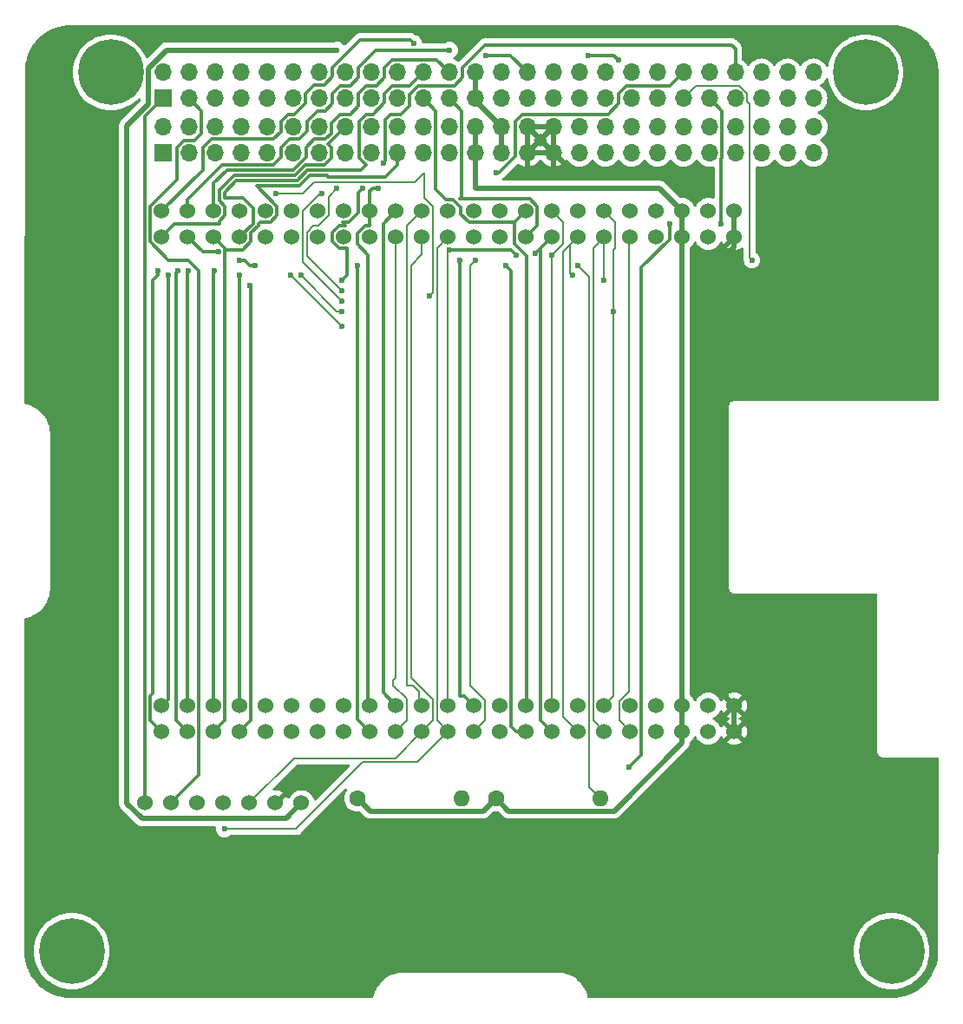
<source format=gbr>
%TF.GenerationSoftware,KiCad,Pcbnew,8.0.2-1*%
%TF.CreationDate,2024-08-24T15:03:41-05:00*%
%TF.ProjectId,BeagleBonePC104,42656167-6c65-4426-9f6e-655043313034,rev?*%
%TF.SameCoordinates,Original*%
%TF.FileFunction,Copper,L2,Bot*%
%TF.FilePolarity,Positive*%
%FSLAX46Y46*%
G04 Gerber Fmt 4.6, Leading zero omitted, Abs format (unit mm)*
G04 Created by KiCad (PCBNEW 8.0.2-1) date 2024-08-24 15:03:41*
%MOMM*%
%LPD*%
G01*
G04 APERTURE LIST*
%TA.AperFunction,ComponentPad*%
%ADD10C,1.524000*%
%TD*%
%TA.AperFunction,ComponentPad*%
%ADD11C,1.600000*%
%TD*%
%TA.AperFunction,ComponentPad*%
%ADD12O,1.600000X1.600000*%
%TD*%
%TA.AperFunction,ComponentPad*%
%ADD13C,6.400000*%
%TD*%
%TA.AperFunction,ComponentPad*%
%ADD14R,1.700000X1.700000*%
%TD*%
%TA.AperFunction,ComponentPad*%
%ADD15O,1.700000X1.700000*%
%TD*%
%TA.AperFunction,ViaPad*%
%ADD16C,0.600000*%
%TD*%
%TA.AperFunction,Conductor*%
%ADD17C,0.500000*%
%TD*%
%TA.AperFunction,Conductor*%
%ADD18C,0.300000*%
%TD*%
%TA.AperFunction,Conductor*%
%ADD19C,0.200000*%
%TD*%
G04 APERTURE END LIST*
D10*
%TO.P,U1,1,GND*%
%TO.N,GND*%
X149770000Y-140960000D03*
X149770000Y-92700000D03*
%TO.P,U1,2,GND*%
X149770000Y-143500000D03*
X149770000Y-95240000D03*
%TO.P,U1,3,DC_3.3V*%
%TO.N,unconnected-(U1-DC_3.3V-Pad3)_0*%
X147230000Y-140960000D03*
%TO.N,unconnected-(U1-DC_3.3V-Pad3)*%
X147230000Y-92700000D03*
%TO.P,U1,4,DC_3.3V*%
%TO.N,unconnected-(U1-DC_3.3V-Pad4)_0*%
X147230000Y-143500000D03*
%TO.N,unconnected-(U1-DC_3.3V-Pad4)*%
X147230000Y-95240000D03*
%TO.P,U1,5,VDD_5V*%
%TO.N,/5V*%
X144690000Y-140960000D03*
X144690000Y-92700000D03*
%TO.P,U1,6,VDD_5V*%
X144690000Y-143500000D03*
X144690000Y-95240000D03*
%TO.P,U1,7,SYS_5V*%
%TO.N,unconnected-(U1-SYS_5V-Pad7)*%
X142150000Y-140960000D03*
%TO.N,unconnected-(U1-SYS_5V-Pad7)_0*%
X142150000Y-92700000D03*
%TO.P,U1,8,SYS_5V*%
%TO.N,unconnected-(U1-SYS_5V-Pad8)*%
X142150000Y-143500000D03*
%TO.N,unconnected-(U1-SYS_5V-Pad8)_0*%
X142150000Y-95240000D03*
%TO.P,U1,9,PWR_BUT*%
%TO.N,unconnected-(U1-PWR_BUT-Pad9)*%
X139610000Y-140960000D03*
%TO.N,unconnected-(U1-PWR_BUT-Pad9)_0*%
X139610000Y-92700000D03*
%TO.P,U1,10,SYS_RESETn*%
%TO.N,/SYS_RESETn*%
X139610000Y-143500000D03*
X139610000Y-95240000D03*
%TO.P,U1,11,GPIO1_13*%
%TO.N,/GPIO1_13*%
X137070000Y-140960000D03*
X137070000Y-92700000D03*
%TO.P,U1,12,GPIO1_12*%
%TO.N,/GPIO1_12*%
X137070000Y-143500000D03*
X137070000Y-95240000D03*
%TO.P,U1,13,EHRPWM2B*%
%TO.N,unconnected-(U1-EHRPWM2B-Pad13)*%
X134530000Y-140960000D03*
%TO.N,unconnected-(U1-EHRPWM2B-Pad13)_0*%
X134530000Y-92700000D03*
%TO.P,U1,14,GPIO0_26*%
%TO.N,/GPIO1_26*%
X134530000Y-143500000D03*
X134530000Y-95240000D03*
%TO.P,U1,15,GPIO1_15*%
%TO.N,/GPIO1_15*%
X131990000Y-140960000D03*
X131990000Y-92700000D03*
%TO.P,U1,16,GPIO1_14*%
%TO.N,/GPIO1_14*%
X131990000Y-143500000D03*
X131990000Y-95240000D03*
%TO.P,U1,17,GPIO0_27*%
%TO.N,/GPIO1_27*%
X129450000Y-140960000D03*
X129450000Y-92700000D03*
%TO.P,U1,18,GPIO2_1*%
%TO.N,/GPIO2_1*%
X129450000Y-143500000D03*
X129450000Y-95240000D03*
%TO.P,U1,19,EHRPWM2A*%
%TO.N,unconnected-(U1-EHRPWM2A-Pad19)*%
X126910000Y-140960000D03*
%TO.N,unconnected-(U1-EHRPWM2A-Pad19)_0*%
X126910000Y-92700000D03*
%TO.P,U1,20,GPIO1_31*%
%TO.N,unconnected-(U1-GPIO1_31-Pad20)_0*%
X126910000Y-143500000D03*
%TO.N,unconnected-(U1-GPIO1_31-Pad20)*%
X126910000Y-95240000D03*
%TO.P,U1,21,UART2_TXD*%
%TO.N,/UART_TX*%
X124370000Y-140960000D03*
X124370000Y-92700000D03*
%TO.P,U1,22,UART2_RXD*%
%TO.N,/UART_RX*%
X124370000Y-143500000D03*
X124370000Y-95240000D03*
%TO.P,U1,23,GPIO1_17*%
%TO.N,/GPIO1_17*%
X121830000Y-140960000D03*
X121830000Y-92700000D03*
%TO.P,U1,24,DCAN1_RX*%
%TO.N,/CAN1_RX*%
X121830000Y-143500000D03*
X121830000Y-95240000D03*
%TO.P,U1,25,GPIO3_21*%
%TO.N,/CAN_SLNT*%
X119290000Y-140960000D03*
X119290000Y-92700000D03*
%TO.P,U1,26,DCAN1_TX*%
%TO.N,/CAN1_TX*%
X119290000Y-143500000D03*
X119290000Y-95240000D03*
%TO.P,U1,27,GPIO2_22*%
%TO.N,/GPI02_22*%
X116750000Y-140960000D03*
X116750000Y-92700000D03*
%TO.P,U1,28,GPIO2_24*%
%TO.N,/GPIO2_24*%
X116750000Y-143500000D03*
X116750000Y-95240000D03*
%TO.P,U1,29,GPIO2_23*%
%TO.N,/GPIO2_23*%
X114210000Y-140960000D03*
X114210000Y-92700000D03*
%TO.P,U1,30,GPIO2_25*%
%TO.N,/GPIO2_25*%
X114210000Y-143500000D03*
X114210000Y-95240000D03*
%TO.P,U1,31,SPI1_SCLK*%
%TO.N,unconnected-(U1-SPI1_SCLK-Pad31)*%
X111670000Y-140960000D03*
%TO.N,unconnected-(U1-SPI1_SCLK-Pad31)_0*%
X111670000Y-92700000D03*
%TO.P,U1,32,UART5_RTSN*%
%TO.N,unconnected-(U1-UART5_RTSN-Pad32)*%
X111670000Y-143500000D03*
%TO.N,unconnected-(U1-UART5_RTSN-Pad32)_0*%
X111670000Y-95240000D03*
%TO.P,U1,33,AIN4*%
%TO.N,unconnected-(U1-AIN4-Pad33)_0*%
X109130000Y-140960000D03*
%TO.N,unconnected-(U1-AIN4-Pad33)*%
X109130000Y-92700000D03*
%TO.P,U1,34,AGND*%
%TO.N,unconnected-(U1-AGND-Pad34)_0*%
X109130000Y-143500000D03*
%TO.N,unconnected-(U1-AGND-Pad34)*%
X109130000Y-95240000D03*
%TO.P,U1,35,AIN6*%
%TO.N,unconnected-(U1-AIN6-Pad35)*%
X106590000Y-140960000D03*
%TO.N,unconnected-(U1-AIN6-Pad35)_0*%
X106590000Y-92700000D03*
%TO.P,U1,36,AIN5*%
%TO.N,unconnected-(U1-AIN5-Pad36)_0*%
X106590000Y-143500000D03*
%TO.N,unconnected-(U1-AIN5-Pad36)*%
X106590000Y-95240000D03*
%TO.P,U1,37,AIN2*%
%TO.N,unconnected-(U1-AIN2-Pad37)*%
X104050000Y-140960000D03*
%TO.N,unconnected-(U1-AIN2-Pad37)_0*%
X104050000Y-92700000D03*
%TO.P,U1,38,AIN3*%
%TO.N,unconnected-(U1-AIN3-Pad38)*%
X104050000Y-143500000D03*
%TO.N,unconnected-(U1-AIN3-Pad38)_0*%
X104050000Y-95240000D03*
%TO.P,U1,39,GPIO2_12*%
%TO.N,/GPIO2_12*%
X101510000Y-140960000D03*
X101510000Y-92700000D03*
%TO.P,U1,40,GPIO2_13*%
%TO.N,/GPIO2_13*%
X101510000Y-143500000D03*
X101510000Y-95240000D03*
%TO.P,U1,41,GPIO2_10*%
%TO.N,/GPIO2_10*%
X98970000Y-140960000D03*
X98970000Y-92700000D03*
%TO.P,U1,42,GPIO0_7*%
%TO.N,/GPIO0_7*%
X98970000Y-143500000D03*
X98970000Y-95240000D03*
%TO.P,U1,43,GPIO2_8*%
%TO.N,/GPIO2_8*%
X96430000Y-140960000D03*
X96430000Y-92700000D03*
%TO.P,U1,44,GPIO2_9*%
%TO.N,/GPIO2_9*%
X96430000Y-143500000D03*
X96430000Y-95240000D03*
%TO.P,U1,45,GPIO2_6*%
%TO.N,/GPIO2_6*%
X93890000Y-140960000D03*
X93890000Y-92700000D03*
%TO.P,U1,46,GPIO2_7*%
%TO.N,/GPIO2_7*%
X93890000Y-143500000D03*
X93890000Y-95240000D03*
%TD*%
D11*
%TO.P,R1,1*%
%TO.N,/5V*%
X113010000Y-150000000D03*
D12*
%TO.P,R1,2*%
%TO.N,/I2C_SCL*%
X123170000Y-150000000D03*
%TD*%
D10*
%TO.P,U3,1,Vcc*%
%TO.N,/3V3*%
X107530000Y-150480000D03*
%TO.P,U3,2,GND*%
%TO.N,GND*%
X104990000Y-150480000D03*
%TO.P,U3,3,RX*%
%TO.N,/CAN1_TX*%
X102450000Y-150480000D03*
%TO.P,U3,4,TX*%
%TO.N,/CAN1_RX*%
X99910000Y-150480000D03*
%TO.P,U3,5,SLNT*%
%TO.N,/CAN_SLNT*%
X97370000Y-150480000D03*
%TO.P,U3,6,CANH*%
%TO.N,/CAN_H*%
X94830000Y-150480000D03*
%TO.P,U3,7,CANL*%
%TO.N,/CAN_L*%
X92290000Y-150480000D03*
%TD*%
D13*
%TO.P,U2,*%
%TO.N,*%
X85110000Y-164920000D03*
X88920000Y-79190000D03*
X162580000Y-79190000D03*
X165120000Y-164920000D03*
D14*
%TO.P,U2,1,CANL1*%
%TO.N,/CAN_L*%
X94000000Y-81730000D03*
D15*
%TO.P,U2,2,CANL2*%
%TO.N,unconnected-(U2-CANL2-Pad2)*%
X94000000Y-79190000D03*
%TO.P,U2,3,CANH1*%
%TO.N,/CAN_H*%
X96540000Y-81730000D03*
%TO.P,U2,4,CANH2*%
%TO.N,unconnected-(U2-CANH2-Pad4)*%
X96540000Y-79190000D03*
%TO.P,U2,5,UART_A_TX*%
%TO.N,unconnected-(U2-UART_A_TX-Pad5)*%
X99080000Y-81730000D03*
%TO.P,U2,6,UART_B_TX*%
%TO.N,unconnected-(U2-UART_B_TX-Pad6)*%
X99080000Y-79190000D03*
%TO.P,U2,7,UART_A_RX*%
%TO.N,unconnected-(U2-UART_A_RX-Pad7)*%
X101620000Y-81730000D03*
%TO.P,U2,8,UART_B_RX*%
%TO.N,unconnected-(U2-UART_B_RX-Pad8)*%
X101620000Y-79190000D03*
%TO.P,U2,9*%
%TO.N,unconnected-(U2-Pad9)*%
X104160000Y-81730000D03*
%TO.P,U2,10*%
%TO.N,unconnected-(U2-Pad10)*%
X104160000Y-79190000D03*
%TO.P,U2,11*%
%TO.N,/GPIO1_13*%
X106700000Y-81730000D03*
%TO.P,U2,12,BGLBON_RST*%
%TO.N,/SYS_RESETn*%
X106700000Y-79190000D03*
%TO.P,U2,13*%
%TO.N,/GPIO1_12*%
X109240000Y-81730000D03*
%TO.P,U2,14*%
%TO.N,unconnected-(U2-Pad14)*%
X109240000Y-79190000D03*
%TO.P,U2,15*%
%TO.N,/GPIO1_26*%
X111780000Y-81730000D03*
%TO.P,U2,16*%
%TO.N,unconnected-(U2-Pad16)*%
X111780000Y-79190000D03*
%TO.P,U2,17*%
%TO.N,/GPIO1_15*%
X114320000Y-81730000D03*
%TO.P,U2,18*%
%TO.N,unconnected-(U2-Pad18)*%
X114320000Y-79190000D03*
%TO.P,U2,19,UART_1_TX*%
%TO.N,unconnected-(U2-UART_1_TX-Pad19)*%
X116860000Y-81730000D03*
%TO.P,U2,20,UART_1_RX*%
%TO.N,unconnected-(U2-UART_1_RX-Pad20)*%
X116860000Y-79190000D03*
%TO.P,U2,21*%
%TO.N,/GPIO1_27*%
X119400000Y-81730000D03*
%TO.P,U2,22*%
%TO.N,/GPIO2_13*%
X119400000Y-79190000D03*
%TO.P,U2,23*%
%TO.N,/GPIO2_1*%
X121940000Y-81730000D03*
%TO.P,U2,24*%
%TO.N,/GPIO2_10*%
X121940000Y-79190000D03*
%TO.P,U2,25,3V3_MAIN*%
%TO.N,/3V3*%
X124480000Y-81730000D03*
%TO.P,U2,26,3V3_MAIN*%
X124480000Y-79190000D03*
%TO.P,U2,27*%
%TO.N,/GPIO1_29*%
X127020000Y-81730000D03*
%TO.P,U2,28*%
%TO.N,/GPIO2_11*%
X127020000Y-79190000D03*
%TO.P,U2,29*%
%TO.N,/GPI02_22*%
X129560000Y-81730000D03*
%TO.P,U2,30*%
%TO.N,/GPIO2_8*%
X129560000Y-79190000D03*
%TO.P,U2,31,CHARGE*%
%TO.N,unconnected-(U2-CHARGE-Pad31)*%
X132100000Y-81730000D03*
%TO.P,U2,32,CHARGE*%
%TO.N,unconnected-(U2-CHARGE-Pad32)*%
X132100000Y-79190000D03*
%TO.P,U2,33,GNSS_UART_TX*%
%TO.N,/UART_TX*%
X134640000Y-81730000D03*
%TO.P,U2,34*%
%TO.N,/GPIO2_9*%
X134640000Y-79190000D03*
%TO.P,U2,35,GNSS_UART_RX*%
%TO.N,/UART_RX*%
X137180000Y-81730000D03*
%TO.P,U2,36*%
%TO.N,/GPIO2_6*%
X137180000Y-79190000D03*
%TO.P,U2,37,CAN_H*%
%TO.N,unconnected-(U2-CAN_H-Pad37)*%
X139720000Y-81730000D03*
%TO.P,U2,38,CAN_L*%
%TO.N,unconnected-(U2-CAN_L-Pad38)*%
X139720000Y-79190000D03*
%TO.P,U2,39*%
%TO.N,unconnected-(U2-Pad39)*%
X142260000Y-81730000D03*
%TO.P,U2,40*%
%TO.N,unconnected-(U2-Pad40)*%
X142260000Y-79190000D03*
%TO.P,U2,41,I2C1_SDA*%
%TO.N,/I2C_SDA*%
X144800000Y-81730000D03*
%TO.P,U2,42*%
%TO.N,/GPIO2_25*%
X144800000Y-79190000D03*
%TO.P,U2,43,I2C1_SCL*%
%TO.N,/I2C_SCL*%
X147340000Y-81730000D03*
%TO.P,U2,44*%
%TO.N,/GPIO2_12*%
X147340000Y-79190000D03*
%TO.P,U2,45*%
%TO.N,/GPIO2_24*%
X149880000Y-81730000D03*
%TO.P,U2,46*%
%TO.N,/GPIO2_23*%
X149880000Y-79190000D03*
%TO.P,U2,47*%
%TO.N,unconnected-(U2-Pad47)*%
X152420000Y-81730000D03*
%TO.P,U2,48*%
%TO.N,unconnected-(U2-Pad48)*%
X152420000Y-79190000D03*
%TO.P,U2,49*%
%TO.N,unconnected-(U2-Pad49)*%
X154960000Y-81730000D03*
%TO.P,U2,50*%
%TO.N,unconnected-(U2-Pad50)*%
X154960000Y-79190000D03*
%TO.P,U2,51*%
%TO.N,unconnected-(U2-Pad51)*%
X157500000Y-81730000D03*
%TO.P,U2,52*%
%TO.N,unconnected-(U2-Pad52)*%
X157500000Y-79190000D03*
%TD*%
D11*
%TO.P,R2,1*%
%TO.N,/5V*%
X126510000Y-150000000D03*
D12*
%TO.P,R2,2*%
%TO.N,/I2C_SDA*%
X136670000Y-150000000D03*
%TD*%
D14*
%TO.P,U4,1,TEMP_1*%
%TO.N,unconnected-(U4-TEMP_1-Pad1)*%
X94012500Y-87040000D03*
D15*
%TO.P,U4,2,TEMP_2*%
%TO.N,unconnected-(U4-TEMP_2-Pad2)*%
X94012500Y-84500000D03*
%TO.P,U4,3,TEMP_3*%
%TO.N,unconnected-(U4-TEMP_3-Pad3)*%
X96552500Y-87040000D03*
%TO.P,U4,4,TEMP_4*%
%TO.N,unconnected-(U4-TEMP_4-Pad4)*%
X96552500Y-84500000D03*
%TO.P,U4,5,TEMP_5*%
%TO.N,unconnected-(U4-TEMP_5-Pad5)*%
X99092500Y-87040000D03*
%TO.P,U4,6,TEMP_6*%
%TO.N,unconnected-(U4-TEMP_6-Pad6)*%
X99092500Y-84500000D03*
%TO.P,U4,7,TEMP_7*%
%TO.N,unconnected-(U4-TEMP_7-Pad7)*%
X101632500Y-87040000D03*
%TO.P,U4,8,TEMP_8*%
%TO.N,unconnected-(U4-TEMP_8-Pad8)*%
X101632500Y-84500000D03*
%TO.P,U4,9,TEMP_9*%
%TO.N,unconnected-(U4-TEMP_9-Pad9)*%
X104172500Y-87040000D03*
%TO.P,U4,10,TEMP_10*%
%TO.N,unconnected-(U4-TEMP_10-Pad10)*%
X104172500Y-84500000D03*
%TO.P,U4,11,TEMP_11*%
%TO.N,unconnected-(U4-TEMP_11-Pad11)*%
X106712500Y-87040000D03*
%TO.P,U4,12,TEMP_12*%
%TO.N,unconnected-(U4-TEMP_12-Pad12)*%
X106712500Y-84500000D03*
%TO.P,U4,13,TEMP_13*%
%TO.N,unconnected-(U4-TEMP_13-Pad13)*%
X109252500Y-87040000D03*
%TO.P,U4,14,TEMP_14*%
%TO.N,unconnected-(U4-TEMP_14-Pad14)*%
X109252500Y-84500000D03*
%TO.P,U4,15,TEMP_15*%
%TO.N,unconnected-(U4-TEMP_15-Pad15)*%
X111792500Y-87040000D03*
%TO.P,U4,16*%
%TO.N,/GPIO2_7*%
X111792500Y-84500000D03*
%TO.P,U4,17*%
%TO.N,/GPIO1_14*%
X114332500Y-87040000D03*
%TO.P,U4,18,ADCS_ENABLE*%
%TO.N,unconnected-(U4-ADCS_ENABLE-Pad18)*%
X114332500Y-84500000D03*
%TO.P,U4,19*%
%TO.N,/GPIO0_7*%
X116872500Y-87040000D03*
%TO.P,U4,20,ADCS_BOOT*%
%TO.N,unconnected-(U4-ADCS_BOOT-Pad20)*%
X116872500Y-84500000D03*
%TO.P,U4,21*%
%TO.N,/GPIO3_20*%
X119412500Y-87040000D03*
%TO.P,U4,22*%
%TO.N,/GPIO3_19*%
X119412500Y-84500000D03*
%TO.P,U4,23,5V_MAIN_STAT*%
%TO.N,unconnected-(U4-5V_MAIN_STAT-Pad23)*%
X121952500Y-87040000D03*
%TO.P,U4,24,3.3V_MAIN_STAT*%
%TO.N,unconnected-(U4-3.3V_MAIN_STAT-Pad24)*%
X121952500Y-84500000D03*
%TO.P,U4,25,5V_MAIN*%
%TO.N,/5V*%
X124492500Y-87040000D03*
%TO.P,U4,26,5V_MAIN*%
X124492500Y-84500000D03*
%TO.P,U4,27,3V3_MAIN*%
%TO.N,/3V3*%
X127032500Y-87040000D03*
%TO.P,U4,28,3V3_MAIN*%
X127032500Y-84500000D03*
%TO.P,U4,29,GND*%
%TO.N,GND*%
X129572500Y-87040000D03*
%TO.P,U4,30,GND*%
X129572500Y-84500000D03*
%TO.P,U4,31,GND*%
X132112500Y-87040000D03*
%TO.P,U4,32,GND*%
X132112500Y-84500000D03*
%TO.P,U4,33,PLOD_STAT_1*%
%TO.N,unconnected-(U4-PLOD_STAT_1-Pad33)*%
X134652500Y-87040000D03*
%TO.P,U4,34,PLOD_STAT_2*%
%TO.N,unconnected-(U4-PLOD_STAT_2-Pad34)*%
X134652500Y-84500000D03*
%TO.P,U4,35,PLOD_STAT_3*%
%TO.N,unconnected-(U4-PLOD_STAT_3-Pad35)*%
X137192500Y-87040000D03*
%TO.P,U4,36,PLOD_STAT_4*%
%TO.N,unconnected-(U4-PLOD_STAT_4-Pad36)*%
X137192500Y-84500000D03*
%TO.P,U4,37,PLOD_STAT_5*%
%TO.N,unconnected-(U4-PLOD_STAT_5-Pad37)*%
X139732500Y-87040000D03*
%TO.P,U4,38,PLOD_COMP_RST*%
%TO.N,unconnected-(U4-PLOD_COMP_RST-Pad38)*%
X139732500Y-84500000D03*
%TO.P,U4,39*%
%TO.N,unconnected-(U4-Pad39)*%
X142272500Y-87040000D03*
%TO.P,U4,40*%
%TO.N,/GPIO1_16*%
X142272500Y-84500000D03*
%TO.P,U4,41,BURN_ENABLE_1*%
%TO.N,unconnected-(U4-BURN_ENABLE_1-Pad41)*%
X144812500Y-87040000D03*
%TO.P,U4,42,BURN_ENABLE_2*%
%TO.N,unconnected-(U4-BURN_ENABLE_2-Pad42)*%
X144812500Y-84500000D03*
%TO.P,U4,43*%
%TO.N,/GPIO1_28*%
X147352500Y-87040000D03*
%TO.P,U4,44*%
%TO.N,/GPIO1_17*%
X147352500Y-84500000D03*
%TO.P,U4,45,V_BAT*%
%TO.N,unconnected-(U4-V_BAT-Pad45)*%
X149892500Y-87040000D03*
%TO.P,U4,46,V_BAT*%
%TO.N,unconnected-(U4-V_BAT-Pad46)*%
X149892500Y-84500000D03*
%TO.P,U4,47,BATT_V_SENS*%
%TO.N,unconnected-(U4-BATT_V_SENS-Pad47)*%
X152432500Y-87040000D03*
%TO.P,U4,48,V_BAT*%
%TO.N,unconnected-(U4-V_BAT-Pad48)*%
X152432500Y-84500000D03*
%TO.P,U4,49,BATT_CUR_IN*%
%TO.N,unconnected-(U4-BATT_CUR_IN-Pad49)*%
X154972500Y-87040000D03*
%TO.P,U4,50*%
%TO.N,/CAN_SNLT*%
X154972500Y-84500000D03*
%TO.P,U4,51,BATT_CUR_OUT*%
%TO.N,unconnected-(U4-BATT_CUR_OUT-Pad51)*%
X157512500Y-87040000D03*
%TO.P,U4,52,BURN_FET*%
%TO.N,unconnected-(U4-BURN_FET-Pad52)*%
X157512500Y-84500000D03*
%TD*%
D16*
%TO.N,/I2C_SCL*%
X148500000Y-94000000D03*
X139500000Y-147000000D03*
X143500000Y-94000000D03*
%TO.N,/I2C_SDA*%
X134500000Y-98000000D03*
X151500000Y-97500000D03*
%TO.N,/GPIO2_1*%
X127500000Y-98000000D03*
%TO.N,/SYS_RESETn*%
X105000000Y-91000000D03*
X120000000Y-101000000D03*
%TO.N,/UART_TX*%
X123000000Y-97500000D03*
%TO.N,/GPIO2_12*%
X101500000Y-99000000D03*
X138500000Y-78000000D03*
X135500000Y-77500000D03*
%TO.N,GND*%
X144500000Y-89500000D03*
%TO.N,/GPIO2_23*%
X115000000Y-90500000D03*
X115500000Y-88000000D03*
%TO.N,/GPIO2_8*%
X96500000Y-98500000D03*
X122000000Y-77000000D03*
X125500000Y-77500000D03*
%TO.N,/GPIO2_10*%
X99000000Y-98500000D03*
%TO.N,/CAN1_RX*%
X100000000Y-153000000D03*
%TO.N,/UART_RX*%
X124500000Y-97500000D03*
%TO.N,/GPIO2_6*%
X94500000Y-99000000D03*
X118500000Y-76350000D03*
%TO.N,/GPIO2_7*%
X93500000Y-98500000D03*
%TO.N,/GPIO1_13*%
X138000000Y-102500000D03*
X106500000Y-99000000D03*
X111500000Y-104000000D03*
%TO.N,/GPIO2_9*%
X99432000Y-96716000D03*
X95500000Y-98500000D03*
%TO.N,/GPIO2_25*%
X126500000Y-89000000D03*
X113000000Y-98000000D03*
%TO.N,/GPIO1_15*%
X111000000Y-90500000D03*
X111500000Y-100500000D03*
X132000000Y-97000000D03*
%TO.N,/GPIO2_13*%
X101500000Y-97500000D03*
X102500000Y-100000000D03*
X103000000Y-98000000D03*
%TO.N,/GPIO1_12*%
X137000000Y-99500000D03*
X107500000Y-99000000D03*
X111500000Y-102500000D03*
%TO.N,/GPIO1_17*%
X128500000Y-97000000D03*
X122000000Y-96500000D03*
%TO.N,/GPIO1_26*%
X134000000Y-99000000D03*
X111500000Y-101500000D03*
X109500000Y-91000000D03*
%TO.N,/GPIO1_14*%
X113500000Y-90500000D03*
X130365000Y-96865000D03*
X111500000Y-99500000D03*
%TO.N,/3V3*%
X111000000Y-77000000D03*
%TD*%
D17*
%TO.N,/5V*%
X144690000Y-144577630D02*
X138017630Y-151250000D01*
X125250000Y-151250000D02*
X114260000Y-151250000D01*
X124500000Y-90500000D02*
X142490000Y-90500000D01*
X144690000Y-143500000D02*
X144690000Y-144577630D01*
X144690000Y-143500000D02*
X144690000Y-95240000D01*
X126500000Y-150000000D02*
X125250000Y-151250000D01*
X124492500Y-87040000D02*
X124492500Y-90492500D01*
X138017630Y-151250000D02*
X127760000Y-151250000D01*
X144690000Y-95240000D02*
X144690000Y-92700000D01*
X124492500Y-87040000D02*
X124492500Y-84500000D01*
X124492500Y-90492500D02*
X124500000Y-90500000D01*
X142490000Y-90500000D02*
X144690000Y-92700000D01*
X126510000Y-150000000D02*
X126500000Y-150000000D01*
X127760000Y-151250000D02*
X126510000Y-150000000D01*
X114260000Y-151250000D02*
X113010000Y-150000000D01*
D18*
%TO.N,/I2C_SCL*%
X148552500Y-87537057D02*
X148552500Y-82942500D01*
X139500000Y-147000000D02*
X140722000Y-145778000D01*
X143500000Y-95462606D02*
X143500000Y-94000000D01*
X148500000Y-94000000D02*
X148500000Y-87589557D01*
X148552500Y-82942500D02*
X147340000Y-81730000D01*
X148500000Y-87589557D02*
X148552500Y-87537057D01*
X140722000Y-98240606D02*
X143500000Y-95462606D01*
X140722000Y-145778000D02*
X140722000Y-98240606D01*
D19*
%TO.N,/I2C_SDA*%
X150276346Y-80500000D02*
X146030000Y-80500000D01*
X135608000Y-148938000D02*
X135608000Y-99108000D01*
X136670000Y-150000000D02*
X135608000Y-148938000D01*
X151282500Y-97282500D02*
X151282500Y-82282500D01*
X146030000Y-80500000D02*
X144800000Y-81730000D01*
X151030000Y-82030000D02*
X151030000Y-81253654D01*
X151030000Y-81253654D02*
X150276346Y-80500000D01*
X151500000Y-97500000D02*
X151282500Y-97282500D01*
X151282500Y-82282500D02*
X151030000Y-82030000D01*
X135608000Y-99108000D02*
X134500000Y-98000000D01*
D18*
%TO.N,/GPIO2_1*%
X128500000Y-143500000D02*
X129450000Y-143500000D01*
X127500000Y-98000000D02*
X128022000Y-98522000D01*
X129822606Y-91500000D02*
X130562000Y-92239394D01*
X123152500Y-91347500D02*
X123000000Y-91500000D01*
X128022000Y-142978000D02*
X128000000Y-143000000D01*
X130562000Y-94128000D02*
X129450000Y-95240000D01*
X130562000Y-92239394D02*
X130562000Y-94128000D01*
X123152500Y-82942500D02*
X123152500Y-91347500D01*
X121940000Y-81730000D02*
X123152500Y-82942500D01*
X128000000Y-143000000D02*
X128500000Y-143500000D01*
X128022000Y-98522000D02*
X128022000Y-142978000D01*
X123000000Y-91500000D02*
X129822606Y-91500000D01*
D19*
%TO.N,/GPIO2_24*%
X116750000Y-138250000D02*
X116750000Y-95240000D01*
X116750000Y-143500000D02*
X117812000Y-142438000D01*
X116500000Y-138500000D02*
X116750000Y-138250000D01*
X116500000Y-139000000D02*
X116500000Y-138500000D01*
X117812000Y-140312000D02*
X116500000Y-139000000D01*
X117812000Y-142438000D02*
X117812000Y-140312000D01*
%TO.N,/SYS_RESETn*%
X108767895Y-89900000D02*
X118600000Y-89900000D01*
X139500000Y-139568105D02*
X138548000Y-140520105D01*
X107667895Y-91000000D02*
X108767895Y-89900000D01*
X139500000Y-95350000D02*
X139500000Y-139568105D01*
X119500000Y-89000000D02*
X119500000Y-91408105D01*
X139610000Y-95240000D02*
X139500000Y-95350000D01*
X120352000Y-92260105D02*
X120352000Y-100648000D01*
X118600000Y-89900000D02*
X119250000Y-89250000D01*
X119500000Y-91408105D02*
X120352000Y-92260105D01*
X138548000Y-142438000D02*
X139610000Y-143500000D01*
X105000000Y-91000000D02*
X107667895Y-91000000D01*
X120352000Y-100648000D02*
X120000000Y-101000000D01*
X119250000Y-89250000D02*
X119500000Y-89000000D01*
X138548000Y-140520105D02*
X138548000Y-142438000D01*
D18*
%TO.N,/UART_TX*%
X123410000Y-140000000D02*
X124370000Y-140960000D01*
X123000000Y-97500000D02*
X123000000Y-140000000D01*
X123000000Y-140000000D02*
X123410000Y-140000000D01*
%TO.N,/GPIO2_12*%
X101500000Y-99000000D02*
X101510000Y-99010000D01*
X101510000Y-99010000D02*
X101510000Y-140960000D01*
X135500000Y-77500000D02*
X138000000Y-77500000D01*
X138500000Y-78000000D02*
X138490000Y-77990000D01*
X138000000Y-77500000D02*
X138500000Y-78000000D01*
D17*
%TO.N,GND*%
X132112500Y-87040000D02*
X129572500Y-87040000D01*
X149770000Y-96230000D02*
X149000000Y-97000000D01*
X132112500Y-87040000D02*
X129572500Y-84500000D01*
X149770000Y-140960000D02*
X149770000Y-143500000D01*
X129572500Y-87040000D02*
X132112500Y-84500000D01*
X132112500Y-84500000D02*
X132112500Y-87040000D01*
X129572500Y-84500000D02*
X132112500Y-84500000D01*
X149770000Y-95240000D02*
X149770000Y-96230000D01*
X149000000Y-140190000D02*
X149770000Y-140960000D01*
X149000000Y-97000000D02*
X149000000Y-140190000D01*
X134572500Y-89500000D02*
X132112500Y-87040000D01*
X149770000Y-92700000D02*
X149770000Y-95240000D01*
X129572500Y-87040000D02*
X129572500Y-84500000D01*
X144500000Y-89500000D02*
X134572500Y-89500000D01*
D19*
%TO.N,/CAN_SLNT*%
X119000000Y-139565686D02*
X119000000Y-140670000D01*
X119290000Y-92700000D02*
X117812000Y-94178000D01*
X117812000Y-94178000D02*
X117812000Y-139000000D01*
X117812000Y-139000000D02*
X118434314Y-139000000D01*
X118434314Y-139000000D02*
X119000000Y-139565686D01*
X119000000Y-140670000D02*
X119290000Y-140960000D01*
D18*
%TO.N,/GPIO2_23*%
X114210000Y-94128000D02*
X113749394Y-94128000D01*
X112955000Y-95955000D02*
X114000000Y-97000000D01*
X114210000Y-92700000D02*
X114210000Y-90790000D01*
X114210000Y-90790000D02*
X114500000Y-90500000D01*
X122437057Y-80530000D02*
X118902943Y-80530000D01*
X114500000Y-90500000D02*
X115000000Y-90500000D01*
X123280000Y-79687057D02*
X122437057Y-80530000D01*
X118072500Y-81360443D02*
X118072500Y-82427500D01*
X116200000Y-83300000D02*
X115672500Y-83827500D01*
X114210000Y-92700000D02*
X114210000Y-94128000D01*
X115672500Y-83827500D02*
X115672500Y-87537057D01*
X125472943Y-76500000D02*
X123280000Y-78692943D01*
X114210000Y-92290000D02*
X114210000Y-92700000D01*
X149880000Y-79190000D02*
X149880000Y-76880000D01*
X112955000Y-94922394D02*
X112955000Y-95955000D01*
X113749394Y-94128000D02*
X112955000Y-94922394D01*
X115672500Y-87827500D02*
X115500000Y-88000000D01*
X149880000Y-76880000D02*
X149500000Y-76500000D01*
X149500000Y-76500000D02*
X125472943Y-76500000D01*
X123280000Y-78692943D02*
X123280000Y-79687057D01*
X114000000Y-97000000D02*
X114000000Y-141500000D01*
X118072500Y-82427500D02*
X117200000Y-83300000D01*
X117200000Y-83300000D02*
X116200000Y-83300000D01*
X114000000Y-141500000D02*
X114210000Y-141290000D01*
X115672500Y-87537057D02*
X115672500Y-87827500D01*
X118902943Y-80530000D02*
X118072500Y-81360443D01*
%TO.N,/GPIO2_8*%
X113120000Y-79687057D02*
X113120000Y-78692943D01*
X96430000Y-140960000D02*
X96430000Y-98570000D01*
X105512500Y-86542943D02*
X106355443Y-85700000D01*
X113120000Y-78692943D02*
X114812943Y-77000000D01*
X114812943Y-77000000D02*
X122000000Y-77000000D01*
X112277057Y-80530000D02*
X113120000Y-79687057D01*
X111282943Y-80530000D02*
X112277057Y-80530000D01*
X110580000Y-81232943D02*
X111282943Y-80530000D01*
X96430000Y-98570000D02*
X96500000Y-98500000D01*
X99812370Y-88240000D02*
X104760000Y-88240000D01*
X104760000Y-88240000D02*
X105512500Y-87487500D01*
X107300000Y-85700000D02*
X108052500Y-84947500D01*
X108052500Y-84947500D02*
X108052500Y-84002943D01*
X96430000Y-92700000D02*
X96430000Y-91622370D01*
X110580000Y-82227057D02*
X110580000Y-81232943D01*
X105512500Y-87487500D02*
X105512500Y-86542943D01*
X108052500Y-84002943D02*
X109125443Y-82930000D01*
X96430000Y-91622370D02*
X99812370Y-88240000D01*
X106355443Y-85700000D02*
X107300000Y-85700000D01*
X125500000Y-77500000D02*
X127870000Y-77500000D01*
X109877057Y-82930000D02*
X110580000Y-82227057D01*
X109125443Y-82930000D02*
X109877057Y-82930000D01*
X127870000Y-77500000D02*
X129560000Y-79190000D01*
%TO.N,/GPIO2_10*%
X98970000Y-92700000D02*
X98970000Y-90030000D01*
X120740000Y-77990000D02*
X121940000Y-79190000D01*
X116362943Y-77990000D02*
X120740000Y-77990000D01*
X99000000Y-98500000D02*
X98970000Y-98530000D01*
X115660000Y-79687057D02*
X115660000Y-78692943D01*
X109885394Y-85700000D02*
X110452500Y-85132894D01*
X98970000Y-92970000D02*
X99000000Y-93000000D01*
X108800000Y-85700000D02*
X109885394Y-85700000D01*
X108000000Y-87449557D02*
X108000000Y-86500000D01*
X110452500Y-84142943D02*
X111295443Y-83300000D01*
X113822943Y-80530000D02*
X114817057Y-80530000D01*
X114817057Y-80530000D02*
X115660000Y-79687057D01*
X111295443Y-83300000D02*
X112289557Y-83300000D01*
X98970000Y-90030000D02*
X100260000Y-88740000D01*
X110452500Y-85132894D02*
X110452500Y-84142943D01*
X113120000Y-81232943D02*
X113822943Y-80530000D01*
X100260000Y-88740000D02*
X106709557Y-88740000D01*
X112289557Y-83300000D02*
X113120000Y-82469557D01*
X98970000Y-92700000D02*
X98970000Y-92970000D01*
X108000000Y-86500000D02*
X108800000Y-85700000D01*
X115660000Y-78692943D02*
X116362943Y-77990000D01*
X98970000Y-98530000D02*
X98970000Y-140960000D01*
X106709557Y-88740000D02*
X108000000Y-87449557D01*
X113120000Y-82469557D02*
X113120000Y-81232943D01*
D19*
%TO.N,/CAN1_RX*%
X107000000Y-153000000D02*
X100000000Y-153000000D01*
X120768000Y-142438000D02*
X121830000Y-143500000D01*
X120768000Y-96302000D02*
X120768000Y-142438000D01*
X121830000Y-95240000D02*
X120768000Y-96302000D01*
X121830000Y-143500000D02*
X118830000Y-146500000D01*
X113500000Y-146500000D02*
X107000000Y-153000000D01*
X118830000Y-146500000D02*
X113500000Y-146500000D01*
%TO.N,/UART_RX*%
X125432000Y-142438000D02*
X125432000Y-140432000D01*
X124000000Y-139000000D02*
X124000000Y-98000000D01*
X125432000Y-140432000D02*
X124000000Y-139000000D01*
X124370000Y-143500000D02*
X125432000Y-142438000D01*
X124000000Y-98000000D02*
X124500000Y-97500000D01*
D18*
%TO.N,/GPIO2_6*%
X98735443Y-85700000D02*
X97892500Y-86542943D01*
X107900000Y-81232943D02*
X107900000Y-82227057D01*
X93890000Y-140960000D02*
X94500000Y-140350000D01*
X105512500Y-84002943D02*
X105512500Y-84997057D01*
X106827057Y-83300000D02*
X106215443Y-83300000D01*
X94500000Y-140350000D02*
X94500000Y-99000000D01*
X110580000Y-78692943D02*
X110580000Y-79547057D01*
X110580000Y-79547057D02*
X109737057Y-80390000D01*
X104809557Y-85700000D02*
X98735443Y-85700000D01*
X97892500Y-88697500D02*
X93890000Y-92700000D01*
X106215443Y-83300000D02*
X105512500Y-84002943D01*
X113272943Y-76000000D02*
X110580000Y-78692943D01*
X118500000Y-76350000D02*
X118150000Y-76000000D01*
X105512500Y-84997057D02*
X104809557Y-85700000D01*
X108742943Y-80390000D02*
X107900000Y-81232943D01*
X118150000Y-76000000D02*
X113272943Y-76000000D01*
X97892500Y-86542943D02*
X97892500Y-88697500D01*
X107900000Y-82227057D02*
X106827057Y-83300000D01*
X109737057Y-80390000D02*
X108742943Y-80390000D01*
%TO.N,/GPIO2_7*%
X99500000Y-90707106D02*
X99500000Y-91657394D01*
X109749557Y-88240000D02*
X107916663Y-88240000D01*
X99500000Y-91657394D02*
X100082000Y-92239394D01*
X107916663Y-88240000D02*
X106916663Y-89240000D01*
X100082000Y-93160606D02*
X99500000Y-93742606D01*
X99500000Y-94000000D02*
X95130000Y-94000000D01*
X92778000Y-139999394D02*
X93000000Y-139777394D01*
X110101028Y-86191472D02*
X110452500Y-86542943D01*
X93890000Y-143500000D02*
X92778000Y-142388000D01*
X92778000Y-142388000D02*
X92778000Y-139999394D01*
X106916663Y-89240000D02*
X100967106Y-89240000D01*
X93500000Y-99000000D02*
X93500000Y-98500000D01*
X100082000Y-92239394D02*
X100082000Y-93160606D01*
X93000000Y-99500000D02*
X93500000Y-99000000D01*
X99500000Y-93742606D02*
X99500000Y-94000000D01*
X110452500Y-87537057D02*
X109749557Y-88240000D01*
X100967106Y-89240000D02*
X99500000Y-90707106D01*
X93000000Y-139777394D02*
X93000000Y-99500000D01*
X111792500Y-84500000D02*
X110101028Y-86191472D01*
X95130000Y-94000000D02*
X93890000Y-95240000D01*
X110452500Y-86542943D02*
X110452500Y-87537057D01*
D19*
%TO.N,/GPIO1_13*%
X138000000Y-140030000D02*
X137070000Y-140960000D01*
X138000000Y-96500000D02*
X138000000Y-140030000D01*
X137070000Y-92700000D02*
X138132000Y-93762000D01*
X106500000Y-99000000D02*
X111500000Y-104000000D01*
X138132000Y-96368000D02*
X138000000Y-96500000D01*
X138132000Y-93762000D02*
X138132000Y-96368000D01*
D18*
%TO.N,/GPIO1_27*%
X120612500Y-90612500D02*
X121588000Y-91588000D01*
X129450000Y-92700000D02*
X128338000Y-93812000D01*
X129500000Y-140910000D02*
X129450000Y-140960000D01*
X119400000Y-81730000D02*
X120612500Y-82942500D01*
X123097394Y-93000000D02*
X123909394Y-93812000D01*
X121588000Y-91588000D02*
X122290606Y-91588000D01*
X123909394Y-93812000D02*
X128338000Y-93812000D01*
X123097394Y-92394788D02*
X123097394Y-93000000D01*
X128338000Y-95918761D02*
X129500000Y-97080761D01*
X128338000Y-93812000D02*
X128338000Y-95918761D01*
X129500000Y-97080761D02*
X129500000Y-140910000D01*
X120612500Y-82942500D02*
X120612500Y-90612500D01*
X122290606Y-91588000D02*
X123097394Y-92394788D01*
%TO.N,/GPIO2_9*%
X95500000Y-98500000D02*
X95318000Y-98682000D01*
X95318000Y-98682000D02*
X95318000Y-142388000D01*
X96430000Y-143500000D02*
X96500000Y-143500000D01*
X97906000Y-96716000D02*
X96430000Y-95240000D01*
X99432000Y-96716000D02*
X97906000Y-96716000D01*
X95318000Y-142388000D02*
X96430000Y-143500000D01*
%TO.N,/GPIO2_25*%
X129075443Y-83300000D02*
X128372500Y-84002943D01*
X113000000Y-142290000D02*
X114210000Y-143500000D01*
X113000000Y-98000000D02*
X113000000Y-142290000D01*
X126769557Y-89000000D02*
X126500000Y-89000000D01*
X138520000Y-81232943D02*
X138520000Y-82227057D01*
X138520000Y-82227057D02*
X137447057Y-83300000D01*
X143460000Y-80530000D02*
X139222943Y-80530000D01*
X144800000Y-79190000D02*
X143460000Y-80530000D01*
X139222943Y-80530000D02*
X138520000Y-81232943D01*
X128372500Y-87397057D02*
X126769557Y-89000000D01*
X128372500Y-84002943D02*
X128372500Y-87397057D01*
X137447057Y-83300000D02*
X129075443Y-83300000D01*
D19*
%TO.N,/GPIO1_15*%
X133052000Y-93762000D02*
X133052000Y-95948000D01*
X111000000Y-90500000D02*
X110192000Y-91308000D01*
X109153895Y-94178000D02*
X108690105Y-94178000D01*
X110192000Y-91308000D02*
X110192000Y-93139895D01*
X108690105Y-94178000D02*
X108068000Y-94800105D01*
X131990000Y-97010000D02*
X131990000Y-140960000D01*
X131990000Y-92700000D02*
X133052000Y-93762000D01*
X108068000Y-94800105D02*
X108068000Y-97068000D01*
X108068000Y-97068000D02*
X111500000Y-100500000D01*
X109153895Y-94178000D02*
X110192000Y-93139895D01*
X133052000Y-95948000D02*
X132000000Y-97000000D01*
X132000000Y-97000000D02*
X131990000Y-97010000D01*
D18*
%TO.N,/GPIO0_7*%
X102622000Y-94835106D02*
X102622000Y-95700606D01*
X116872500Y-88242081D02*
X115744581Y-89370000D01*
X110130000Y-89370000D02*
X110000000Y-89240000D01*
X116872500Y-87040000D02*
X116872500Y-88242081D01*
X103310606Y-94146500D02*
X102622000Y-94835106D01*
X104510606Y-93812000D02*
X103498606Y-93812000D01*
X101822606Y-96500000D02*
X100230000Y-96500000D01*
X102622000Y-95700606D02*
X101822606Y-96500000D01*
X100230000Y-96500000D02*
X100082000Y-96352000D01*
X98970000Y-143500000D02*
X100082000Y-142388000D01*
X100082000Y-96352000D02*
X98970000Y-95240000D01*
X103498606Y-93812000D02*
X103310606Y-94000000D01*
X108330875Y-89240000D02*
X107330875Y-90240000D01*
X105162000Y-92239394D02*
X105162000Y-93160606D01*
X103310606Y-94000000D02*
X103310606Y-94146500D01*
X103162606Y-90240000D02*
X105162000Y-92239394D01*
X107330875Y-90240000D02*
X103162606Y-90240000D01*
X105162000Y-93160606D02*
X104510606Y-93812000D01*
X110000000Y-89240000D02*
X108330875Y-89240000D01*
X100082000Y-142388000D02*
X100082000Y-96352000D01*
X115744581Y-89370000D02*
X110130000Y-89370000D01*
%TO.N,/GPI02_22*%
X115500000Y-93950000D02*
X115500000Y-139710000D01*
X115500000Y-139710000D02*
X116750000Y-140960000D01*
X116750000Y-92700000D02*
X115500000Y-93950000D01*
%TO.N,/GPIO2_13*%
X102810606Y-93939394D02*
X101510000Y-95240000D01*
X113132500Y-84002943D02*
X113132500Y-87537057D01*
X103000000Y-98000000D02*
X102500000Y-98000000D01*
X114500000Y-83300000D02*
X113835443Y-83300000D01*
X102500000Y-98000000D02*
X102000000Y-97500000D01*
X118060000Y-80530000D02*
X116362943Y-80530000D01*
X102810606Y-92428000D02*
X102810606Y-93939394D01*
X100000000Y-90914212D02*
X100000000Y-91450288D01*
X119400000Y-79190000D02*
X118060000Y-80530000D01*
X100000000Y-91450288D02*
X101832894Y-91450288D01*
X101832894Y-91450288D02*
X102810606Y-92428000D01*
X113335443Y-88740000D02*
X108123769Y-88740000D01*
X101174212Y-89740000D02*
X100000000Y-90914212D01*
X102000000Y-97500000D02*
X101500000Y-97500000D01*
X116362943Y-80530000D02*
X115660000Y-81232943D01*
X102622000Y-100122000D02*
X102500000Y-100000000D01*
X107123769Y-89740000D02*
X101174212Y-89740000D01*
X102622000Y-142388000D02*
X102622000Y-100122000D01*
X115660000Y-82140000D02*
X114500000Y-83300000D01*
X113132500Y-87537057D02*
X113835443Y-88240000D01*
X113835443Y-83300000D02*
X113132500Y-84002943D01*
X108123769Y-88740000D02*
X107123769Y-89740000D01*
X113835443Y-88240000D02*
X113335443Y-88740000D01*
X115660000Y-81232943D02*
X115660000Y-82140000D01*
X101510000Y-143500000D02*
X102622000Y-142388000D01*
D19*
%TO.N,/GPIO1_12*%
X137070000Y-95240000D02*
X136008000Y-96302000D01*
X136008000Y-96302000D02*
X136008000Y-142438000D01*
X137000000Y-99000000D02*
X137070000Y-98930000D01*
X111000000Y-102500000D02*
X111500000Y-102500000D01*
X137070000Y-98930000D02*
X137070000Y-95240000D01*
X136008000Y-142438000D02*
X137070000Y-143500000D01*
X107500000Y-99000000D02*
X111000000Y-102500000D01*
X137000000Y-99500000D02*
X137000000Y-99000000D01*
%TO.N,/GPIO1_17*%
X122000000Y-96500000D02*
X121830000Y-96670000D01*
D18*
X122000000Y-96500000D02*
X128000000Y-96500000D01*
D19*
X121830000Y-96670000D02*
X121830000Y-140960000D01*
D18*
X128000000Y-96500000D02*
X128500000Y-97000000D01*
D19*
%TO.N,/CAN1_TX*%
X119290000Y-143500000D02*
X120352000Y-142438000D01*
X119290000Y-143500000D02*
X116690000Y-146100000D01*
X119290000Y-96922000D02*
X119290000Y-95240000D01*
X120352000Y-142438000D02*
X120352000Y-140352000D01*
X118212000Y-138212000D02*
X118212000Y-98000000D01*
X120352000Y-140352000D02*
X118212000Y-138212000D01*
X118212000Y-98000000D02*
X119290000Y-96922000D01*
X116690000Y-146100000D02*
X106830000Y-146100000D01*
X106830000Y-146100000D02*
X102450000Y-150480000D01*
%TO.N,/GPIO1_26*%
X107668000Y-97668000D02*
X111500000Y-101500000D01*
X134530000Y-95240000D02*
X133052000Y-96718000D01*
X133052000Y-96718000D02*
X133052000Y-142022000D01*
X133052000Y-142022000D02*
X134530000Y-143500000D01*
X134000000Y-99000000D02*
X133768001Y-98768001D01*
X109328105Y-91000000D02*
X107668000Y-92660105D01*
X133768001Y-98768001D02*
X133768001Y-96001999D01*
X107668000Y-92660105D02*
X107668000Y-97668000D01*
X133768001Y-96001999D02*
X134530000Y-95240000D01*
X109500000Y-91000000D02*
X109328105Y-91000000D01*
D18*
%TO.N,/GPIO1_14*%
X111209394Y-94128000D02*
X111841394Y-94128000D01*
X113098000Y-92902000D02*
X113098000Y-90902000D01*
X111841394Y-94128000D02*
X111525394Y-93812000D01*
X113098000Y-90902000D02*
X113500000Y-90500000D01*
X130878000Y-142388000D02*
X131990000Y-143500000D01*
X111500000Y-99500000D02*
X112000000Y-99000000D01*
X112188000Y-93812000D02*
X113098000Y-92902000D01*
X112000000Y-96352000D02*
X111209394Y-96352000D01*
X130878000Y-96352000D02*
X130878000Y-142388000D01*
X111525394Y-93812000D02*
X112188000Y-93812000D01*
X110558000Y-94779394D02*
X111209394Y-94128000D01*
X131990000Y-95240000D02*
X130878000Y-96352000D01*
X111209394Y-96352000D02*
X110558000Y-95700606D01*
X112000000Y-99000000D02*
X112000000Y-96352000D01*
X110558000Y-95700606D02*
X110558000Y-94779394D01*
X130365000Y-96865000D02*
X131990000Y-95240000D01*
%TO.N,/CAN_L*%
X92278000Y-150468000D02*
X92290000Y-150480000D01*
X94000000Y-81730000D02*
X92278000Y-83452000D01*
X92278000Y-83452000D02*
X92278000Y-150468000D01*
D17*
%TO.N,/3V3*%
X90500000Y-150500000D02*
X92000000Y-152000000D01*
X92000000Y-152000000D02*
X106010000Y-152000000D01*
X92570000Y-82311472D02*
X90500000Y-84381472D01*
X106010000Y-152000000D02*
X107530000Y-150480000D01*
X124480000Y-79190000D02*
X124480000Y-81947500D01*
X94351522Y-77000000D02*
X92570000Y-78781522D01*
X111000000Y-77000000D02*
X94351522Y-77000000D01*
X127032500Y-84500000D02*
X127032500Y-87040000D01*
X92570000Y-78781522D02*
X92570000Y-82311472D01*
X90500000Y-84381472D02*
X90500000Y-150500000D01*
X124480000Y-81947500D02*
X127032500Y-84500000D01*
D18*
%TO.N,/CAN_H*%
X97752500Y-85137057D02*
X97049557Y-85840000D01*
X96540000Y-81730000D02*
X97752500Y-82942500D01*
X97542000Y-147768000D02*
X94830000Y-150480000D01*
X94577394Y-97500000D02*
X96500000Y-97500000D01*
X97542000Y-98542000D02*
X97542000Y-147768000D01*
X96500000Y-97500000D02*
X97542000Y-98542000D01*
X92778000Y-95700606D02*
X94577394Y-97500000D01*
X95352500Y-89664894D02*
X92778000Y-92239394D01*
X92778000Y-92239394D02*
X92778000Y-95700606D01*
X95352500Y-86542943D02*
X95352500Y-89664894D01*
X97752500Y-82942500D02*
X97752500Y-85137057D01*
X96055443Y-85840000D02*
X95352500Y-86542943D01*
X97049557Y-85840000D02*
X96055443Y-85840000D01*
%TD*%
%TA.AperFunction,Conductor*%
%TO.N,GND*%
G36*
X112217942Y-146720185D02*
G01*
X112263697Y-146772989D01*
X112273641Y-146842147D01*
X112244616Y-146905703D01*
X112238584Y-146912181D01*
X108953767Y-150196996D01*
X108892444Y-150230481D01*
X108822752Y-150225497D01*
X108766819Y-150183625D01*
X108746311Y-150141408D01*
X108720896Y-150046557D01*
X108720895Y-150046556D01*
X108720894Y-150046550D01*
X108627534Y-149846339D01*
X108564180Y-149755859D01*
X108500827Y-149665381D01*
X108443362Y-149607916D01*
X108344620Y-149509174D01*
X108344616Y-149509171D01*
X108344615Y-149509170D01*
X108163666Y-149382468D01*
X108163662Y-149382466D01*
X108163660Y-149382465D01*
X107963450Y-149289106D01*
X107963447Y-149289105D01*
X107963445Y-149289104D01*
X107750070Y-149231930D01*
X107750062Y-149231929D01*
X107530002Y-149212677D01*
X107529998Y-149212677D01*
X107309937Y-149231929D01*
X107309929Y-149231930D01*
X107096554Y-149289104D01*
X107096548Y-149289107D01*
X106896340Y-149382465D01*
X106896338Y-149382466D01*
X106715377Y-149509175D01*
X106559175Y-149665377D01*
X106432467Y-149846337D01*
X106372105Y-149975782D01*
X106325932Y-150028221D01*
X106258738Y-150047372D01*
X106191857Y-150027156D01*
X106147341Y-149975780D01*
X106087098Y-149846589D01*
X106087097Y-149846587D01*
X106041741Y-149781811D01*
X106041740Y-149781810D01*
X105371000Y-150452550D01*
X105371000Y-150429840D01*
X105345036Y-150332939D01*
X105294876Y-150246060D01*
X105223940Y-150175124D01*
X105137061Y-150124964D01*
X105040160Y-150099000D01*
X105017447Y-150099000D01*
X105688188Y-149428258D01*
X105623411Y-149382901D01*
X105623405Y-149382898D01*
X105423284Y-149289580D01*
X105423270Y-149289575D01*
X105209986Y-149232426D01*
X105209976Y-149232424D01*
X104990001Y-149213179D01*
X104989998Y-149213179D01*
X104864797Y-149224132D01*
X104796297Y-149210365D01*
X104746114Y-149161750D01*
X104730181Y-149093721D01*
X104753557Y-149027877D01*
X104766295Y-149012938D01*
X107042416Y-146736819D01*
X107103739Y-146703334D01*
X107130097Y-146700500D01*
X112150903Y-146700500D01*
X112217942Y-146720185D01*
G37*
%TD.AperFunction*%
%TA.AperFunction,Conductor*%
G36*
X149389000Y-141010160D02*
G01*
X149414964Y-141107061D01*
X149465124Y-141193940D01*
X149536060Y-141264876D01*
X149622939Y-141315036D01*
X149719840Y-141341000D01*
X149742553Y-141341000D01*
X149071810Y-142011740D01*
X149136589Y-142057098D01*
X149266373Y-142117618D01*
X149318812Y-142163790D01*
X149337964Y-142230984D01*
X149317748Y-142297865D01*
X149266373Y-142342382D01*
X149136590Y-142402901D01*
X149071811Y-142448258D01*
X149742553Y-143119000D01*
X149719840Y-143119000D01*
X149622939Y-143144964D01*
X149536060Y-143195124D01*
X149465124Y-143266060D01*
X149414964Y-143352939D01*
X149389000Y-143449840D01*
X149389000Y-143472553D01*
X148718258Y-142801811D01*
X148672901Y-142866590D01*
X148612658Y-142995781D01*
X148566485Y-143048220D01*
X148499292Y-143067372D01*
X148432411Y-143047156D01*
X148387894Y-142995781D01*
X148327534Y-142866340D01*
X148327533Y-142866338D01*
X148200827Y-142685381D01*
X148134950Y-142619504D01*
X148044620Y-142529174D01*
X148044616Y-142529171D01*
X148044615Y-142529170D01*
X147863666Y-142402468D01*
X147863658Y-142402464D01*
X147734811Y-142342382D01*
X147682371Y-142296210D01*
X147663219Y-142229017D01*
X147683435Y-142162135D01*
X147734811Y-142117618D01*
X147740802Y-142114824D01*
X147863662Y-142057534D01*
X148044620Y-141930826D01*
X148200826Y-141774620D01*
X148327534Y-141593662D01*
X148387894Y-141464218D01*
X148434066Y-141411779D01*
X148501259Y-141392627D01*
X148568141Y-141412843D01*
X148612658Y-141464219D01*
X148672898Y-141593405D01*
X148672901Y-141593411D01*
X148718258Y-141658187D01*
X148718259Y-141658188D01*
X149389000Y-140987447D01*
X149389000Y-141010160D01*
G37*
%TD.AperFunction*%
%TA.AperFunction,Conductor*%
G36*
X132362500Y-88370633D02*
G01*
X132575983Y-88313433D01*
X132575992Y-88313429D01*
X132790078Y-88213600D01*
X132983582Y-88078105D01*
X133150605Y-87911082D01*
X133280619Y-87725405D01*
X133335196Y-87681781D01*
X133404695Y-87674588D01*
X133467049Y-87706110D01*
X133483769Y-87725405D01*
X133614005Y-87911401D01*
X133781099Y-88078495D01*
X133849120Y-88126124D01*
X133974665Y-88214032D01*
X133974667Y-88214033D01*
X133974670Y-88214035D01*
X134188837Y-88313903D01*
X134417092Y-88375063D01*
X134605418Y-88391539D01*
X134652499Y-88395659D01*
X134652500Y-88395659D01*
X134652501Y-88395659D01*
X134691734Y-88392226D01*
X134887908Y-88375063D01*
X135116163Y-88313903D01*
X135330330Y-88214035D01*
X135523901Y-88078495D01*
X135690995Y-87911401D01*
X135820925Y-87725842D01*
X135875502Y-87682217D01*
X135945000Y-87675023D01*
X136007355Y-87706546D01*
X136024075Y-87725842D01*
X136154000Y-87911395D01*
X136154005Y-87911401D01*
X136321099Y-88078495D01*
X136389120Y-88126124D01*
X136514665Y-88214032D01*
X136514667Y-88214033D01*
X136514670Y-88214035D01*
X136728837Y-88313903D01*
X136957092Y-88375063D01*
X137145418Y-88391539D01*
X137192499Y-88395659D01*
X137192500Y-88395659D01*
X137192501Y-88395659D01*
X137231734Y-88392226D01*
X137427908Y-88375063D01*
X137656163Y-88313903D01*
X137870330Y-88214035D01*
X138063901Y-88078495D01*
X138230995Y-87911401D01*
X138360925Y-87725842D01*
X138415502Y-87682217D01*
X138485000Y-87675023D01*
X138547355Y-87706546D01*
X138564075Y-87725842D01*
X138694000Y-87911395D01*
X138694005Y-87911401D01*
X138861099Y-88078495D01*
X138929120Y-88126124D01*
X139054665Y-88214032D01*
X139054667Y-88214033D01*
X139054670Y-88214035D01*
X139268837Y-88313903D01*
X139497092Y-88375063D01*
X139685418Y-88391539D01*
X139732499Y-88395659D01*
X139732500Y-88395659D01*
X139732501Y-88395659D01*
X139771734Y-88392226D01*
X139967908Y-88375063D01*
X140196163Y-88313903D01*
X140410330Y-88214035D01*
X140603901Y-88078495D01*
X140770995Y-87911401D01*
X140900925Y-87725842D01*
X140955502Y-87682217D01*
X141025000Y-87675023D01*
X141087355Y-87706546D01*
X141104075Y-87725842D01*
X141234000Y-87911395D01*
X141234005Y-87911401D01*
X141401099Y-88078495D01*
X141469120Y-88126124D01*
X141594665Y-88214032D01*
X141594667Y-88214033D01*
X141594670Y-88214035D01*
X141808837Y-88313903D01*
X142037092Y-88375063D01*
X142225418Y-88391539D01*
X142272499Y-88395659D01*
X142272500Y-88395659D01*
X142272501Y-88395659D01*
X142311734Y-88392226D01*
X142507908Y-88375063D01*
X142736163Y-88313903D01*
X142950330Y-88214035D01*
X143143901Y-88078495D01*
X143310995Y-87911401D01*
X143440925Y-87725842D01*
X143495502Y-87682217D01*
X143565000Y-87675023D01*
X143627355Y-87706546D01*
X143644075Y-87725842D01*
X143774000Y-87911395D01*
X143774005Y-87911401D01*
X143941099Y-88078495D01*
X144009120Y-88126124D01*
X144134665Y-88214032D01*
X144134667Y-88214033D01*
X144134670Y-88214035D01*
X144348837Y-88313903D01*
X144577092Y-88375063D01*
X144765418Y-88391539D01*
X144812499Y-88395659D01*
X144812500Y-88395659D01*
X144812501Y-88395659D01*
X144851734Y-88392226D01*
X145047908Y-88375063D01*
X145276163Y-88313903D01*
X145490330Y-88214035D01*
X145683901Y-88078495D01*
X145850995Y-87911401D01*
X145980925Y-87725842D01*
X146035502Y-87682217D01*
X146105000Y-87675023D01*
X146167355Y-87706546D01*
X146184075Y-87725842D01*
X146314000Y-87911395D01*
X146314005Y-87911401D01*
X146481099Y-88078495D01*
X146549120Y-88126124D01*
X146674665Y-88214032D01*
X146674667Y-88214033D01*
X146674670Y-88214035D01*
X146888837Y-88313903D01*
X147117092Y-88375063D01*
X147305418Y-88391539D01*
X147352499Y-88395659D01*
X147352500Y-88395659D01*
X147352501Y-88395659D01*
X147391734Y-88392226D01*
X147587908Y-88375063D01*
X147693407Y-88346795D01*
X147763257Y-88348458D01*
X147821119Y-88387621D01*
X147848623Y-88451849D01*
X147849500Y-88466570D01*
X147849500Y-91401221D01*
X147829815Y-91468260D01*
X147777011Y-91514015D01*
X147707853Y-91523959D01*
X147673100Y-91513605D01*
X147663457Y-91509109D01*
X147663445Y-91509104D01*
X147450070Y-91451930D01*
X147450062Y-91451929D01*
X147230002Y-91432677D01*
X147229998Y-91432677D01*
X147009937Y-91451929D01*
X147009929Y-91451930D01*
X146796554Y-91509104D01*
X146796548Y-91509107D01*
X146596340Y-91602465D01*
X146596338Y-91602466D01*
X146415377Y-91729175D01*
X146259175Y-91885377D01*
X146132466Y-92066338D01*
X146132465Y-92066340D01*
X146072382Y-92195189D01*
X146026209Y-92247628D01*
X145959016Y-92266780D01*
X145892135Y-92246564D01*
X145847618Y-92195189D01*
X145787534Y-92066340D01*
X145787533Y-92066338D01*
X145660827Y-91885381D01*
X145591561Y-91816115D01*
X145504620Y-91729174D01*
X145504616Y-91729171D01*
X145504615Y-91729170D01*
X145323666Y-91602468D01*
X145323662Y-91602466D01*
X145291095Y-91587280D01*
X145123450Y-91509106D01*
X145123447Y-91509105D01*
X145123445Y-91509104D01*
X144910070Y-91451930D01*
X144910062Y-91451929D01*
X144690002Y-91432677D01*
X144689997Y-91432677D01*
X144558213Y-91444205D01*
X144489713Y-91430438D01*
X144459726Y-91408358D01*
X142968421Y-89917052D01*
X142968414Y-89917046D01*
X142875011Y-89854637D01*
X142875010Y-89854637D01*
X142845500Y-89834919D01*
X142845488Y-89834912D01*
X142708917Y-89778343D01*
X142708907Y-89778340D01*
X142563920Y-89749500D01*
X142563918Y-89749500D01*
X127227493Y-89749500D01*
X127160454Y-89729815D01*
X127114699Y-89677011D01*
X127104755Y-89607853D01*
X127133780Y-89544297D01*
X127158602Y-89522398D01*
X127184226Y-89505277D01*
X128574900Y-88114602D01*
X128636219Y-88081120D01*
X128705910Y-88086104D01*
X128733701Y-88100711D01*
X128894921Y-88213600D01*
X129109007Y-88313429D01*
X129109016Y-88313433D01*
X129322500Y-88370634D01*
X129322500Y-87473012D01*
X129379507Y-87505925D01*
X129506674Y-87540000D01*
X129638326Y-87540000D01*
X129765493Y-87505925D01*
X129822500Y-87473012D01*
X129822500Y-88370633D01*
X130035983Y-88313433D01*
X130035992Y-88313429D01*
X130250078Y-88213600D01*
X130443582Y-88078105D01*
X130610605Y-87911082D01*
X130740925Y-87724968D01*
X130795502Y-87681344D01*
X130865001Y-87674151D01*
X130927355Y-87705673D01*
X130944075Y-87724968D01*
X131074394Y-87911082D01*
X131241417Y-88078105D01*
X131434921Y-88213600D01*
X131649007Y-88313429D01*
X131649016Y-88313433D01*
X131862500Y-88370634D01*
X131862500Y-87473012D01*
X131919507Y-87505925D01*
X132046674Y-87540000D01*
X132178326Y-87540000D01*
X132305493Y-87505925D01*
X132362500Y-87473012D01*
X132362500Y-88370633D01*
G37*
%TD.AperFunction*%
%TA.AperFunction,Conductor*%
G36*
X131646575Y-86847007D02*
G01*
X131612500Y-86974174D01*
X131612500Y-87105826D01*
X131646575Y-87232993D01*
X131679488Y-87290000D01*
X130005512Y-87290000D01*
X130038425Y-87232993D01*
X130072500Y-87105826D01*
X130072500Y-86974174D01*
X130038425Y-86847007D01*
X130005512Y-86790000D01*
X131679488Y-86790000D01*
X131646575Y-86847007D01*
G37*
%TD.AperFunction*%
%TA.AperFunction,Conductor*%
G36*
X129822500Y-86606988D02*
G01*
X129765493Y-86574075D01*
X129638326Y-86540000D01*
X129506674Y-86540000D01*
X129379507Y-86574075D01*
X129322500Y-86606988D01*
X129322500Y-84933012D01*
X129379507Y-84965925D01*
X129506674Y-85000000D01*
X129638326Y-85000000D01*
X129765493Y-84965925D01*
X129822500Y-84933012D01*
X129822500Y-86606988D01*
G37*
%TD.AperFunction*%
%TA.AperFunction,Conductor*%
G36*
X132362500Y-86606988D02*
G01*
X132305493Y-86574075D01*
X132178326Y-86540000D01*
X132046674Y-86540000D01*
X131919507Y-86574075D01*
X131862500Y-86606988D01*
X131862500Y-84933012D01*
X131919507Y-84965925D01*
X132046674Y-85000000D01*
X132178326Y-85000000D01*
X132305493Y-84965925D01*
X132362500Y-84933012D01*
X132362500Y-86606988D01*
G37*
%TD.AperFunction*%
%TA.AperFunction,Conductor*%
G36*
X130927355Y-85165673D02*
G01*
X130944075Y-85184968D01*
X131074394Y-85371082D01*
X131241417Y-85538105D01*
X131427531Y-85668425D01*
X131471156Y-85723003D01*
X131478348Y-85792501D01*
X131446826Y-85854856D01*
X131427531Y-85871575D01*
X131241422Y-86001890D01*
X131241420Y-86001891D01*
X131074391Y-86168920D01*
X131074390Y-86168922D01*
X130944075Y-86355031D01*
X130889498Y-86398655D01*
X130819999Y-86405848D01*
X130757645Y-86374326D01*
X130740925Y-86355031D01*
X130610609Y-86168922D01*
X130610608Y-86168920D01*
X130443582Y-86001894D01*
X130257468Y-85871575D01*
X130213844Y-85816998D01*
X130206651Y-85747499D01*
X130238173Y-85685145D01*
X130257468Y-85668425D01*
X130443582Y-85538105D01*
X130610605Y-85371082D01*
X130740925Y-85184968D01*
X130795502Y-85141344D01*
X130865001Y-85134151D01*
X130927355Y-85165673D01*
G37*
%TD.AperFunction*%
%TA.AperFunction,Conductor*%
G36*
X131646575Y-84307007D02*
G01*
X131612500Y-84434174D01*
X131612500Y-84565826D01*
X131646575Y-84692993D01*
X131679488Y-84750000D01*
X130005512Y-84750000D01*
X130038425Y-84692993D01*
X130072500Y-84565826D01*
X130072500Y-84434174D01*
X130038425Y-84307007D01*
X130005512Y-84250000D01*
X131679488Y-84250000D01*
X131646575Y-84307007D01*
G37*
%TD.AperFunction*%
%TA.AperFunction,Conductor*%
G36*
X85027671Y-74600510D02*
G01*
X85090312Y-74601286D01*
X85103573Y-74600500D01*
X165134108Y-74600500D01*
X165197177Y-74600500D01*
X165202827Y-74600628D01*
X165604022Y-74618931D01*
X165615272Y-74619959D01*
X166010336Y-74674328D01*
X166021441Y-74676376D01*
X166409932Y-74766492D01*
X166420788Y-74769538D01*
X166713308Y-74866188D01*
X166799454Y-74894651D01*
X166810010Y-74898681D01*
X167175712Y-75057750D01*
X167185845Y-75062720D01*
X167535530Y-75254416D01*
X167545176Y-75260291D01*
X167875970Y-75483041D01*
X167885047Y-75489774D01*
X168194165Y-75741699D01*
X168202591Y-75749230D01*
X168487499Y-76028263D01*
X168495201Y-76036527D01*
X168748906Y-76334916D01*
X168753520Y-76340342D01*
X168760437Y-76349272D01*
X168826454Y-76443035D01*
X168990025Y-76675352D01*
X168996102Y-76684877D01*
X169195043Y-77030498D01*
X169200224Y-77040530D01*
X169366871Y-77402830D01*
X169371121Y-77413301D01*
X169504089Y-77789265D01*
X169507368Y-77800081D01*
X169605553Y-78186594D01*
X169607833Y-78197663D01*
X169670416Y-78591492D01*
X169671680Y-78602723D01*
X169698142Y-79000548D01*
X169698415Y-79008774D01*
X169698647Y-85640701D01*
X169699311Y-104629816D01*
X169699539Y-111125496D01*
X169679857Y-111192536D01*
X169627054Y-111238293D01*
X169575539Y-111249500D01*
X149684108Y-111249500D01*
X149556812Y-111283608D01*
X149442686Y-111349500D01*
X149442683Y-111349502D01*
X149349502Y-111442683D01*
X149349500Y-111442686D01*
X149283608Y-111556812D01*
X149249500Y-111684108D01*
X149249500Y-129565891D01*
X149283608Y-129693187D01*
X149316554Y-129750250D01*
X149349500Y-129807314D01*
X149442686Y-129900500D01*
X149556814Y-129966392D01*
X149684108Y-130000500D01*
X163625500Y-130000500D01*
X163692539Y-130020185D01*
X163738294Y-130072989D01*
X163749500Y-130124500D01*
X163749500Y-145565892D01*
X163763857Y-145619475D01*
X163783608Y-145693187D01*
X163784249Y-145694297D01*
X163849500Y-145807314D01*
X163942686Y-145900500D01*
X164056814Y-145966392D01*
X164184108Y-146000500D01*
X164315892Y-146000500D01*
X169622933Y-146000500D01*
X169689972Y-146020185D01*
X169735727Y-146072989D01*
X169746932Y-146125009D01*
X169669806Y-164924165D01*
X169669500Y-164928711D01*
X169669500Y-164997282D01*
X169669382Y-165002691D01*
X169652614Y-165386750D01*
X169651671Y-165397526D01*
X169601849Y-165775957D01*
X169599971Y-165786610D01*
X169517354Y-166159272D01*
X169514554Y-166169721D01*
X169399775Y-166533755D01*
X169396075Y-166543921D01*
X169250002Y-166896572D01*
X169245430Y-166906376D01*
X169069183Y-167244942D01*
X169063775Y-167254310D01*
X168858681Y-167576244D01*
X168852476Y-167585105D01*
X168620110Y-167887930D01*
X168613156Y-167896217D01*
X168355284Y-168177635D01*
X168347635Y-168185284D01*
X168066217Y-168443156D01*
X168057930Y-168450110D01*
X167755105Y-168682476D01*
X167746244Y-168688681D01*
X167424310Y-168893775D01*
X167414942Y-168899183D01*
X167076376Y-169075430D01*
X167066572Y-169080002D01*
X166713921Y-169226075D01*
X166703755Y-169229775D01*
X166339721Y-169344554D01*
X166329272Y-169347354D01*
X165956610Y-169429971D01*
X165945957Y-169431849D01*
X165567526Y-169481671D01*
X165556750Y-169482614D01*
X165172703Y-169499382D01*
X165167294Y-169499500D01*
X135561562Y-169499500D01*
X135494523Y-169479815D01*
X135448768Y-169427011D01*
X135440272Y-169401281D01*
X135402239Y-169222352D01*
X135402238Y-169222350D01*
X135402238Y-169222348D01*
X135305053Y-168923241D01*
X135177134Y-168635932D01*
X135177131Y-168635928D01*
X135177130Y-168635924D01*
X135019887Y-168363571D01*
X135019884Y-168363566D01*
X134835032Y-168109139D01*
X134835025Y-168109130D01*
X134737214Y-168000500D01*
X134624586Y-167875414D01*
X134400653Y-167673784D01*
X134390869Y-167664974D01*
X134390860Y-167664967D01*
X134136433Y-167480115D01*
X134136428Y-167480112D01*
X133864075Y-167322869D01*
X133864068Y-167322866D01*
X133576759Y-167194947D01*
X133576754Y-167194945D01*
X133576751Y-167194944D01*
X133277649Y-167097761D01*
X133277647Y-167097760D01*
X133012415Y-167041384D01*
X132970026Y-167032374D01*
X132657250Y-166999500D01*
X132565892Y-166999500D01*
X117565892Y-166999500D01*
X117500000Y-166999500D01*
X117342750Y-166999500D01*
X117029974Y-167032374D01*
X117029970Y-167032374D01*
X117029968Y-167032375D01*
X116722352Y-167097760D01*
X116722350Y-167097761D01*
X116423248Y-167194944D01*
X116135931Y-167322866D01*
X116135924Y-167322869D01*
X115863571Y-167480112D01*
X115863566Y-167480115D01*
X115609139Y-167664967D01*
X115609130Y-167664974D01*
X115375414Y-167875414D01*
X115164974Y-168109130D01*
X115164967Y-168109139D01*
X114980115Y-168363566D01*
X114980112Y-168363571D01*
X114822869Y-168635924D01*
X114822866Y-168635931D01*
X114694944Y-168923248D01*
X114597761Y-169222350D01*
X114597760Y-169222352D01*
X114559728Y-169401281D01*
X114526535Y-169462763D01*
X114465372Y-169496539D01*
X114438438Y-169499500D01*
X85002706Y-169499500D01*
X84997297Y-169499382D01*
X84613249Y-169482614D01*
X84602473Y-169481671D01*
X84224042Y-169431849D01*
X84213389Y-169429971D01*
X83840727Y-169347354D01*
X83830278Y-169344554D01*
X83466244Y-169229775D01*
X83456078Y-169226075D01*
X83103427Y-169080002D01*
X83093623Y-169075430D01*
X82755057Y-168899183D01*
X82745689Y-168893775D01*
X82423755Y-168688681D01*
X82414894Y-168682476D01*
X82112069Y-168450110D01*
X82103782Y-168443156D01*
X81822364Y-168185284D01*
X81814715Y-168177635D01*
X81556843Y-167896217D01*
X81549889Y-167887930D01*
X81317523Y-167585105D01*
X81311318Y-167576244D01*
X81106224Y-167254310D01*
X81100816Y-167244942D01*
X80973924Y-167001185D01*
X80924566Y-166906369D01*
X80919997Y-166896572D01*
X80868726Y-166772793D01*
X80773920Y-166543911D01*
X80770224Y-166533755D01*
X80736626Y-166427194D01*
X80655442Y-166169710D01*
X80652648Y-166159284D01*
X80570025Y-165786597D01*
X80568152Y-165775971D01*
X80518326Y-165397506D01*
X80517386Y-165386771D01*
X80500618Y-165002702D01*
X80500500Y-164997293D01*
X80500500Y-164919999D01*
X81404422Y-164919999D01*
X81404422Y-164920000D01*
X81424722Y-165307339D01*
X81485397Y-165690427D01*
X81485398Y-165690433D01*
X81511168Y-165786610D01*
X81585788Y-166065094D01*
X81724787Y-166427197D01*
X81900877Y-166772793D01*
X82112122Y-167098082D01*
X82190562Y-167194947D01*
X82356219Y-167399516D01*
X82630484Y-167673781D01*
X82630488Y-167673784D01*
X82931917Y-167917877D01*
X83164058Y-168068631D01*
X83257211Y-168129125D01*
X83602806Y-168305214D01*
X83964913Y-168444214D01*
X84339567Y-168544602D01*
X84722662Y-168605278D01*
X85088576Y-168624455D01*
X85109999Y-168625578D01*
X85110000Y-168625578D01*
X85110001Y-168625578D01*
X85130301Y-168624514D01*
X85497338Y-168605278D01*
X85880433Y-168544602D01*
X86255087Y-168444214D01*
X86617194Y-168305214D01*
X86962789Y-168129125D01*
X87288084Y-167917876D01*
X87589516Y-167673781D01*
X87863781Y-167399516D01*
X88107876Y-167098084D01*
X88319125Y-166772789D01*
X88495214Y-166427194D01*
X88634214Y-166065087D01*
X88734602Y-165690433D01*
X88795278Y-165307338D01*
X88815578Y-164920000D01*
X88815578Y-164919999D01*
X161414422Y-164919999D01*
X161414422Y-164920000D01*
X161434722Y-165307339D01*
X161495397Y-165690427D01*
X161495398Y-165690433D01*
X161521168Y-165786610D01*
X161595788Y-166065094D01*
X161734787Y-166427197D01*
X161910877Y-166772793D01*
X162122122Y-167098082D01*
X162200562Y-167194947D01*
X162366219Y-167399516D01*
X162640484Y-167673781D01*
X162640488Y-167673784D01*
X162941917Y-167917877D01*
X163174058Y-168068631D01*
X163267211Y-168129125D01*
X163612806Y-168305214D01*
X163974913Y-168444214D01*
X164349567Y-168544602D01*
X164732662Y-168605278D01*
X165098576Y-168624455D01*
X165119999Y-168625578D01*
X165120000Y-168625578D01*
X165120001Y-168625578D01*
X165140301Y-168624514D01*
X165507338Y-168605278D01*
X165890433Y-168544602D01*
X166265087Y-168444214D01*
X166627194Y-168305214D01*
X166972789Y-168129125D01*
X167298084Y-167917876D01*
X167599516Y-167673781D01*
X167873781Y-167399516D01*
X168117876Y-167098084D01*
X168329125Y-166772789D01*
X168505214Y-166427194D01*
X168644214Y-166065087D01*
X168744602Y-165690433D01*
X168805278Y-165307338D01*
X168825578Y-164920000D01*
X168805278Y-164532662D01*
X168744602Y-164149567D01*
X168644214Y-163774913D01*
X168505214Y-163412806D01*
X168329125Y-163067211D01*
X168117876Y-162741916D01*
X167873781Y-162440484D01*
X167599516Y-162166219D01*
X167298084Y-161922124D01*
X167298082Y-161922122D01*
X166972793Y-161710877D01*
X166627197Y-161534787D01*
X166265094Y-161395788D01*
X166265087Y-161395786D01*
X165890433Y-161295398D01*
X165890429Y-161295397D01*
X165890428Y-161295397D01*
X165507339Y-161234722D01*
X165120001Y-161214422D01*
X165119999Y-161214422D01*
X164732660Y-161234722D01*
X164349572Y-161295397D01*
X164349570Y-161295397D01*
X163974905Y-161395788D01*
X163612802Y-161534787D01*
X163267206Y-161710877D01*
X162941917Y-161922122D01*
X162640488Y-162166215D01*
X162640480Y-162166222D01*
X162366222Y-162440480D01*
X162366215Y-162440488D01*
X162122122Y-162741917D01*
X161910877Y-163067206D01*
X161734787Y-163412802D01*
X161595788Y-163774905D01*
X161495397Y-164149570D01*
X161495397Y-164149572D01*
X161434722Y-164532660D01*
X161414422Y-164919999D01*
X88815578Y-164919999D01*
X88795278Y-164532662D01*
X88734602Y-164149567D01*
X88634214Y-163774913D01*
X88495214Y-163412806D01*
X88319125Y-163067211D01*
X88107876Y-162741916D01*
X87863781Y-162440484D01*
X87589516Y-162166219D01*
X87288084Y-161922124D01*
X87288082Y-161922122D01*
X86962793Y-161710877D01*
X86617197Y-161534787D01*
X86255094Y-161395788D01*
X86255087Y-161395786D01*
X85880433Y-161295398D01*
X85880429Y-161295397D01*
X85880428Y-161295397D01*
X85497339Y-161234722D01*
X85110001Y-161214422D01*
X85109999Y-161214422D01*
X84722660Y-161234722D01*
X84339572Y-161295397D01*
X84339570Y-161295397D01*
X83964905Y-161395788D01*
X83602802Y-161534787D01*
X83257206Y-161710877D01*
X82931917Y-161922122D01*
X82630488Y-162166215D01*
X82630480Y-162166222D01*
X82356222Y-162440480D01*
X82356215Y-162440488D01*
X82112122Y-162741917D01*
X81900877Y-163067206D01*
X81724787Y-163412802D01*
X81585788Y-163774905D01*
X81485397Y-164149570D01*
X81485397Y-164149572D01*
X81424722Y-164532660D01*
X81404422Y-164919999D01*
X80500500Y-164919999D01*
X80500500Y-132561561D01*
X80520185Y-132494522D01*
X80572989Y-132448767D01*
X80598719Y-132440271D01*
X80777652Y-132402238D01*
X81076759Y-132305053D01*
X81364068Y-132177134D01*
X81636432Y-132019885D01*
X81890867Y-131835027D01*
X82124586Y-131624586D01*
X82335027Y-131390867D01*
X82519885Y-131136432D01*
X82677134Y-130864068D01*
X82805053Y-130576759D01*
X82902238Y-130277652D01*
X82967626Y-129970026D01*
X83000500Y-129657250D01*
X83000500Y-129500000D01*
X83000500Y-129434108D01*
X83000500Y-114434108D01*
X83000500Y-114342750D01*
X82967626Y-114029974D01*
X82902238Y-113722348D01*
X82805053Y-113423241D01*
X82677134Y-113135932D01*
X82677131Y-113135928D01*
X82677130Y-113135924D01*
X82519887Y-112863571D01*
X82519884Y-112863566D01*
X82335032Y-112609139D01*
X82335025Y-112609130D01*
X82237157Y-112500437D01*
X82124586Y-112375414D01*
X81921938Y-112192949D01*
X81890869Y-112164974D01*
X81890860Y-112164967D01*
X81636433Y-111980115D01*
X81636428Y-111980112D01*
X81364075Y-111822869D01*
X81364068Y-111822866D01*
X81348404Y-111815892D01*
X81076759Y-111694947D01*
X81076754Y-111694945D01*
X81076751Y-111694944D01*
X80777649Y-111597761D01*
X80777647Y-111597760D01*
X80599254Y-111559842D01*
X80537772Y-111526649D01*
X80503996Y-111465486D01*
X80501035Y-111438442D01*
X80531834Y-79189999D01*
X85214422Y-79189999D01*
X85214422Y-79190000D01*
X85234722Y-79577339D01*
X85285747Y-79899499D01*
X85295398Y-79960433D01*
X85362692Y-80211580D01*
X85395788Y-80335094D01*
X85534787Y-80697197D01*
X85710877Y-81042793D01*
X85922122Y-81368082D01*
X85922124Y-81368084D01*
X86166219Y-81669516D01*
X86440484Y-81943781D01*
X86510655Y-82000604D01*
X86741917Y-82187877D01*
X87067206Y-82399122D01*
X87067211Y-82399125D01*
X87412806Y-82575214D01*
X87774913Y-82714214D01*
X88149567Y-82814602D01*
X88532662Y-82875278D01*
X88898576Y-82894455D01*
X88919999Y-82895578D01*
X88920000Y-82895578D01*
X88920001Y-82895578D01*
X88940301Y-82894514D01*
X89307338Y-82875278D01*
X89690433Y-82814602D01*
X90065087Y-82714214D01*
X90427194Y-82575214D01*
X90772789Y-82399125D01*
X91098084Y-82187876D01*
X91399516Y-81943781D01*
X91607819Y-81735478D01*
X91669142Y-81701993D01*
X91738834Y-81706977D01*
X91794767Y-81748849D01*
X91819184Y-81814313D01*
X91819500Y-81823159D01*
X91819500Y-81949242D01*
X91799815Y-82016281D01*
X91783181Y-82036923D01*
X89917047Y-83903056D01*
X89917045Y-83903058D01*
X89880822Y-83957274D01*
X89880820Y-83957277D01*
X89834919Y-84025971D01*
X89834912Y-84025983D01*
X89778343Y-84162554D01*
X89778340Y-84162564D01*
X89749500Y-84307551D01*
X89749500Y-84307554D01*
X89749500Y-150573918D01*
X89749500Y-150573920D01*
X89749499Y-150573920D01*
X89778340Y-150718907D01*
X89778343Y-150718917D01*
X89834914Y-150855492D01*
X89853072Y-150882667D01*
X89853073Y-150882670D01*
X89917046Y-150978414D01*
X89917052Y-150978421D01*
X91338133Y-152399500D01*
X91417048Y-152478415D01*
X91417049Y-152478416D01*
X91521584Y-152582951D01*
X91521585Y-152582952D01*
X91644498Y-152665080D01*
X91644511Y-152665087D01*
X91781082Y-152721656D01*
X91781087Y-152721658D01*
X91781091Y-152721658D01*
X91781092Y-152721659D01*
X91926079Y-152750500D01*
X91926082Y-152750500D01*
X99083791Y-152750500D01*
X99150830Y-152770185D01*
X99196585Y-152822989D01*
X99207011Y-152888384D01*
X99194435Y-152999997D01*
X99194435Y-153000003D01*
X99214630Y-153179249D01*
X99214631Y-153179254D01*
X99274211Y-153349523D01*
X99370184Y-153502262D01*
X99497738Y-153629816D01*
X99650478Y-153725789D01*
X99820745Y-153785368D01*
X99820750Y-153785369D01*
X99999996Y-153805565D01*
X100000000Y-153805565D01*
X100000004Y-153805565D01*
X100179249Y-153785369D01*
X100179252Y-153785368D01*
X100179255Y-153785368D01*
X100349522Y-153725789D01*
X100502262Y-153629816D01*
X100502267Y-153629810D01*
X100505097Y-153627555D01*
X100507275Y-153626665D01*
X100508158Y-153626111D01*
X100508255Y-153626265D01*
X100569783Y-153601145D01*
X100582412Y-153600500D01*
X106913331Y-153600500D01*
X106913347Y-153600501D01*
X106920943Y-153600501D01*
X107079054Y-153600501D01*
X107079057Y-153600501D01*
X107231785Y-153559577D01*
X107281904Y-153530639D01*
X107368716Y-153480520D01*
X107480520Y-153368716D01*
X107480520Y-153368714D01*
X107490728Y-153358507D01*
X107490729Y-153358504D01*
X111758850Y-149090384D01*
X111820172Y-149056900D01*
X111889864Y-149061884D01*
X111945797Y-149103756D01*
X111970214Y-149169220D01*
X111955362Y-149237493D01*
X111948106Y-149249188D01*
X111879431Y-149347267D01*
X111783261Y-149553502D01*
X111783258Y-149553511D01*
X111724366Y-149773302D01*
X111724364Y-149773313D01*
X111704532Y-149999998D01*
X111704532Y-150000001D01*
X111724364Y-150226686D01*
X111724366Y-150226697D01*
X111783258Y-150446488D01*
X111783261Y-150446497D01*
X111879431Y-150652732D01*
X111879432Y-150652734D01*
X112009954Y-150839141D01*
X112170858Y-151000045D01*
X112170861Y-151000047D01*
X112357266Y-151130568D01*
X112563504Y-151226739D01*
X112783308Y-151285635D01*
X112945230Y-151299801D01*
X113009998Y-151305468D01*
X113010000Y-151305468D01*
X113010001Y-151305468D01*
X113030062Y-151303712D01*
X113176861Y-151290869D01*
X113245359Y-151304635D01*
X113275348Y-151326716D01*
X113781586Y-151832954D01*
X113811058Y-151852645D01*
X113855270Y-151882186D01*
X113904505Y-151915084D01*
X113904506Y-151915084D01*
X113904507Y-151915085D01*
X113904509Y-151915086D01*
X114041082Y-151971656D01*
X114041087Y-151971658D01*
X114041091Y-151971658D01*
X114041092Y-151971659D01*
X114186079Y-152000500D01*
X114186082Y-152000500D01*
X125323920Y-152000500D01*
X125421462Y-151981096D01*
X125468913Y-151971658D01*
X125605495Y-151915084D01*
X125654729Y-151882186D01*
X125654734Y-151882183D01*
X125679071Y-151865921D01*
X125728416Y-151832952D01*
X126235457Y-151325909D01*
X126296778Y-151292426D01*
X126333936Y-151290064D01*
X126496810Y-151304314D01*
X126509999Y-151305468D01*
X126510000Y-151305468D01*
X126510001Y-151305468D01*
X126530062Y-151303712D01*
X126676861Y-151290869D01*
X126745359Y-151304635D01*
X126775348Y-151326716D01*
X127281586Y-151832954D01*
X127311058Y-151852645D01*
X127355270Y-151882186D01*
X127404505Y-151915084D01*
X127404506Y-151915084D01*
X127404507Y-151915085D01*
X127404509Y-151915086D01*
X127541082Y-151971656D01*
X127541087Y-151971658D01*
X127541091Y-151971658D01*
X127541092Y-151971659D01*
X127686079Y-152000500D01*
X127686082Y-152000500D01*
X138091550Y-152000500D01*
X138189092Y-151981096D01*
X138236543Y-151971658D01*
X138373125Y-151915084D01*
X138422359Y-151882186D01*
X138422364Y-151882183D01*
X138446701Y-151865921D01*
X138496046Y-151832952D01*
X145272951Y-145056046D01*
X145355084Y-144933125D01*
X145411658Y-144796543D01*
X145432673Y-144690895D01*
X145440500Y-144651550D01*
X145440500Y-144580273D01*
X145460185Y-144513234D01*
X145493380Y-144478696D01*
X145504620Y-144470826D01*
X145660826Y-144314620D01*
X145787534Y-144133662D01*
X145847618Y-144004811D01*
X145893790Y-143952371D01*
X145960983Y-143933219D01*
X146027865Y-143953435D01*
X146072382Y-144004811D01*
X146132464Y-144133658D01*
X146132468Y-144133666D01*
X146259170Y-144314615D01*
X146259175Y-144314621D01*
X146415378Y-144470824D01*
X146415384Y-144470829D01*
X146596333Y-144597531D01*
X146596335Y-144597532D01*
X146596338Y-144597534D01*
X146796550Y-144690894D01*
X147009932Y-144748070D01*
X147156743Y-144760914D01*
X147229998Y-144767323D01*
X147230000Y-144767323D01*
X147230002Y-144767323D01*
X147293827Y-144761739D01*
X147450068Y-144748070D01*
X147663450Y-144690894D01*
X147863662Y-144597534D01*
X148044620Y-144470826D01*
X148200826Y-144314620D01*
X148327534Y-144133662D01*
X148387894Y-144004218D01*
X148434066Y-143951779D01*
X148501259Y-143932627D01*
X148568141Y-143952843D01*
X148612658Y-144004219D01*
X148672898Y-144133405D01*
X148672901Y-144133411D01*
X148718258Y-144198187D01*
X148718259Y-144198188D01*
X149389000Y-143527447D01*
X149389000Y-143550160D01*
X149414964Y-143647061D01*
X149465124Y-143733940D01*
X149536060Y-143804876D01*
X149622939Y-143855036D01*
X149719840Y-143881000D01*
X149742553Y-143881000D01*
X149071810Y-144551740D01*
X149136590Y-144597099D01*
X149136592Y-144597100D01*
X149336715Y-144690419D01*
X149336729Y-144690424D01*
X149550013Y-144747573D01*
X149550023Y-144747575D01*
X149769999Y-144766821D01*
X149770001Y-144766821D01*
X149989976Y-144747575D01*
X149989986Y-144747573D01*
X150203270Y-144690424D01*
X150203284Y-144690419D01*
X150403407Y-144597100D01*
X150403417Y-144597094D01*
X150468188Y-144551741D01*
X149797448Y-143881000D01*
X149820160Y-143881000D01*
X149917061Y-143855036D01*
X150003940Y-143804876D01*
X150074876Y-143733940D01*
X150125036Y-143647061D01*
X150151000Y-143550160D01*
X150151000Y-143527447D01*
X150821741Y-144198188D01*
X150867094Y-144133417D01*
X150867100Y-144133407D01*
X150960419Y-143933284D01*
X150960424Y-143933270D01*
X151017573Y-143719986D01*
X151017575Y-143719976D01*
X151036821Y-143500000D01*
X151036821Y-143499999D01*
X151017575Y-143280023D01*
X151017573Y-143280013D01*
X150960424Y-143066729D01*
X150960420Y-143066720D01*
X150867096Y-142866586D01*
X150821741Y-142801811D01*
X150821740Y-142801810D01*
X150151000Y-143472551D01*
X150151000Y-143449840D01*
X150125036Y-143352939D01*
X150074876Y-143266060D01*
X150003940Y-143195124D01*
X149917061Y-143144964D01*
X149820160Y-143119000D01*
X149797448Y-143119000D01*
X150468188Y-142448259D01*
X150468187Y-142448258D01*
X150403411Y-142402901D01*
X150403405Y-142402898D01*
X150273627Y-142342382D01*
X150221187Y-142296210D01*
X150202035Y-142229017D01*
X150222251Y-142162135D01*
X150273627Y-142117618D01*
X150403407Y-142057100D01*
X150403417Y-142057094D01*
X150468188Y-142011741D01*
X149797448Y-141341000D01*
X149820160Y-141341000D01*
X149917061Y-141315036D01*
X150003940Y-141264876D01*
X150074876Y-141193940D01*
X150125036Y-141107061D01*
X150151000Y-141010160D01*
X150151000Y-140987447D01*
X150821741Y-141658188D01*
X150867094Y-141593417D01*
X150867100Y-141593407D01*
X150960419Y-141393284D01*
X150960424Y-141393270D01*
X151017573Y-141179986D01*
X151017575Y-141179976D01*
X151036821Y-140960000D01*
X151036821Y-140959999D01*
X151017575Y-140740023D01*
X151017573Y-140740013D01*
X150960424Y-140526729D01*
X150960420Y-140526720D01*
X150867096Y-140326586D01*
X150821741Y-140261811D01*
X150821740Y-140261810D01*
X150151000Y-140932551D01*
X150151000Y-140909840D01*
X150125036Y-140812939D01*
X150074876Y-140726060D01*
X150003940Y-140655124D01*
X149917061Y-140604964D01*
X149820160Y-140579000D01*
X149797448Y-140579000D01*
X150468188Y-139908259D01*
X150468187Y-139908258D01*
X150403411Y-139862901D01*
X150403405Y-139862898D01*
X150203284Y-139769580D01*
X150203270Y-139769575D01*
X149989986Y-139712426D01*
X149989976Y-139712424D01*
X149770001Y-139693179D01*
X149769999Y-139693179D01*
X149550023Y-139712424D01*
X149550013Y-139712426D01*
X149336729Y-139769575D01*
X149336720Y-139769579D01*
X149136590Y-139862901D01*
X149071811Y-139908258D01*
X149742553Y-140579000D01*
X149719840Y-140579000D01*
X149622939Y-140604964D01*
X149536060Y-140655124D01*
X149465124Y-140726060D01*
X149414964Y-140812939D01*
X149389000Y-140909840D01*
X149389000Y-140932553D01*
X148718258Y-140261811D01*
X148672901Y-140326590D01*
X148612658Y-140455781D01*
X148566485Y-140508220D01*
X148499292Y-140527372D01*
X148432411Y-140507156D01*
X148387894Y-140455781D01*
X148327534Y-140326340D01*
X148327533Y-140326338D01*
X148200827Y-140145381D01*
X148135661Y-140080215D01*
X148044620Y-139989174D01*
X148044616Y-139989171D01*
X148044615Y-139989170D01*
X147863666Y-139862468D01*
X147863662Y-139862466D01*
X147797212Y-139831480D01*
X147663450Y-139769106D01*
X147663447Y-139769105D01*
X147663445Y-139769104D01*
X147450070Y-139711930D01*
X147450062Y-139711929D01*
X147230002Y-139692677D01*
X147229998Y-139692677D01*
X147009937Y-139711929D01*
X147009929Y-139711930D01*
X146796554Y-139769104D01*
X146796548Y-139769107D01*
X146596340Y-139862465D01*
X146596338Y-139862466D01*
X146415377Y-139989175D01*
X146259175Y-140145377D01*
X146132466Y-140326338D01*
X146132465Y-140326340D01*
X146072382Y-140455189D01*
X146026209Y-140507628D01*
X145959016Y-140526780D01*
X145892135Y-140506564D01*
X145847618Y-140455189D01*
X145787534Y-140326340D01*
X145787533Y-140326338D01*
X145660827Y-140145381D01*
X145595661Y-140080215D01*
X145504620Y-139989174D01*
X145504616Y-139989171D01*
X145504610Y-139989166D01*
X145493375Y-139981299D01*
X145449751Y-139926722D01*
X145440500Y-139879726D01*
X145440500Y-96320273D01*
X145460185Y-96253234D01*
X145493380Y-96218696D01*
X145504620Y-96210826D01*
X145660826Y-96054620D01*
X145787534Y-95873662D01*
X145847618Y-95744811D01*
X145893790Y-95692371D01*
X145960983Y-95673219D01*
X146027865Y-95693435D01*
X146072382Y-95744811D01*
X146132464Y-95873658D01*
X146132468Y-95873666D01*
X146259170Y-96054615D01*
X146259175Y-96054621D01*
X146415378Y-96210824D01*
X146415384Y-96210829D01*
X146596333Y-96337531D01*
X146596335Y-96337532D01*
X146596338Y-96337534D01*
X146796550Y-96430894D01*
X147009932Y-96488070D01*
X147166173Y-96501739D01*
X147229998Y-96507323D01*
X147230000Y-96507323D01*
X147230002Y-96507323D01*
X147293827Y-96501739D01*
X147450068Y-96488070D01*
X147663450Y-96430894D01*
X147863662Y-96337534D01*
X148044620Y-96210826D01*
X148200826Y-96054620D01*
X148327534Y-95873662D01*
X148387894Y-95744218D01*
X148434066Y-95691779D01*
X148501259Y-95672627D01*
X148568141Y-95692843D01*
X148612658Y-95744219D01*
X148672898Y-95873405D01*
X148672901Y-95873411D01*
X148718258Y-95938187D01*
X148718258Y-95938188D01*
X149389000Y-95267446D01*
X149389000Y-95290160D01*
X149414964Y-95387061D01*
X149465124Y-95473940D01*
X149536060Y-95544876D01*
X149622939Y-95595036D01*
X149719840Y-95621000D01*
X149742551Y-95621000D01*
X149071810Y-96291740D01*
X149136590Y-96337099D01*
X149136592Y-96337100D01*
X149336715Y-96430419D01*
X149336729Y-96430424D01*
X149550013Y-96487573D01*
X149550023Y-96487575D01*
X149769999Y-96506821D01*
X149770001Y-96506821D01*
X149989976Y-96487575D01*
X149989986Y-96487573D01*
X150203270Y-96430424D01*
X150203284Y-96430419D01*
X150403407Y-96337100D01*
X150403417Y-96337094D01*
X150486876Y-96278656D01*
X150553082Y-96256328D01*
X150620849Y-96273338D01*
X150668663Y-96324285D01*
X150682000Y-96380230D01*
X150682000Y-97195830D01*
X150681999Y-97195848D01*
X150681999Y-97203443D01*
X150681999Y-97361557D01*
X150684311Y-97370184D01*
X150695662Y-97412551D01*
X150699107Y-97458519D01*
X150694435Y-97499999D01*
X150694435Y-97500003D01*
X150714630Y-97679249D01*
X150714631Y-97679254D01*
X150774211Y-97849523D01*
X150826336Y-97932479D01*
X150870184Y-98002262D01*
X150997738Y-98129816D01*
X151037008Y-98154491D01*
X151132721Y-98214632D01*
X151150478Y-98225789D01*
X151288857Y-98274210D01*
X151320745Y-98285368D01*
X151320750Y-98285369D01*
X151499996Y-98305565D01*
X151500000Y-98305565D01*
X151500004Y-98305565D01*
X151679249Y-98285369D01*
X151679252Y-98285368D01*
X151679255Y-98285368D01*
X151849522Y-98225789D01*
X152002262Y-98129816D01*
X152129816Y-98002262D01*
X152225789Y-97849522D01*
X152285368Y-97679255D01*
X152288479Y-97651643D01*
X152305565Y-97500003D01*
X152305565Y-97499996D01*
X152285369Y-97320750D01*
X152285368Y-97320745D01*
X152257365Y-97240716D01*
X152225789Y-97150478D01*
X152129816Y-96997738D01*
X152002262Y-96870184D01*
X152002260Y-96870182D01*
X152002258Y-96870181D01*
X151941027Y-96831706D01*
X151894736Y-96779371D01*
X151883000Y-96726713D01*
X151883000Y-88452503D01*
X151902685Y-88385464D01*
X151955489Y-88339709D01*
X152024647Y-88329765D01*
X152039093Y-88332728D01*
X152054675Y-88336903D01*
X152197092Y-88375063D01*
X152385418Y-88391539D01*
X152432499Y-88395659D01*
X152432500Y-88395659D01*
X152432501Y-88395659D01*
X152471734Y-88392226D01*
X152667908Y-88375063D01*
X152896163Y-88313903D01*
X153110330Y-88214035D01*
X153303901Y-88078495D01*
X153470995Y-87911401D01*
X153600925Y-87725842D01*
X153655502Y-87682217D01*
X153725000Y-87675023D01*
X153787355Y-87706546D01*
X153804075Y-87725842D01*
X153934000Y-87911395D01*
X153934005Y-87911401D01*
X154101099Y-88078495D01*
X154169120Y-88126124D01*
X154294665Y-88214032D01*
X154294667Y-88214033D01*
X154294670Y-88214035D01*
X154508837Y-88313903D01*
X154737092Y-88375063D01*
X154925418Y-88391539D01*
X154972499Y-88395659D01*
X154972500Y-88395659D01*
X154972501Y-88395659D01*
X155011734Y-88392226D01*
X155207908Y-88375063D01*
X155436163Y-88313903D01*
X155650330Y-88214035D01*
X155843901Y-88078495D01*
X156010995Y-87911401D01*
X156140925Y-87725842D01*
X156195502Y-87682217D01*
X156265000Y-87675023D01*
X156327355Y-87706546D01*
X156344075Y-87725842D01*
X156474000Y-87911395D01*
X156474005Y-87911401D01*
X156641099Y-88078495D01*
X156709120Y-88126124D01*
X156834665Y-88214032D01*
X156834667Y-88214033D01*
X156834670Y-88214035D01*
X157048837Y-88313903D01*
X157277092Y-88375063D01*
X157465418Y-88391539D01*
X157512499Y-88395659D01*
X157512500Y-88395659D01*
X157512501Y-88395659D01*
X157551734Y-88392226D01*
X157747908Y-88375063D01*
X157976163Y-88313903D01*
X158190330Y-88214035D01*
X158383901Y-88078495D01*
X158550995Y-87911401D01*
X158686535Y-87717830D01*
X158786403Y-87503663D01*
X158847563Y-87275408D01*
X158868159Y-87040000D01*
X158847563Y-86804592D01*
X158786403Y-86576337D01*
X158686535Y-86362171D01*
X158681231Y-86354595D01*
X158550994Y-86168597D01*
X158383902Y-86001506D01*
X158383896Y-86001501D01*
X158198342Y-85871575D01*
X158154717Y-85816998D01*
X158147523Y-85747500D01*
X158179046Y-85685145D01*
X158198342Y-85668425D01*
X158310554Y-85589853D01*
X158383901Y-85538495D01*
X158550995Y-85371401D01*
X158686535Y-85177830D01*
X158786403Y-84963663D01*
X158847563Y-84735408D01*
X158868159Y-84500000D01*
X158867593Y-84493536D01*
X158851322Y-84307554D01*
X158847563Y-84264592D01*
X158786403Y-84036337D01*
X158686535Y-83822171D01*
X158680925Y-83814158D01*
X158550994Y-83628597D01*
X158383902Y-83461506D01*
X158383895Y-83461501D01*
X158190334Y-83325967D01*
X158190330Y-83325965D01*
X157972668Y-83224467D01*
X157920229Y-83178294D01*
X157901077Y-83111101D01*
X157921293Y-83044220D01*
X157972665Y-82999704D01*
X158177830Y-82904035D01*
X158371401Y-82768495D01*
X158538495Y-82601401D01*
X158674035Y-82407830D01*
X158773903Y-82193663D01*
X158835063Y-81965408D01*
X158855659Y-81730000D01*
X158835063Y-81494592D01*
X158773903Y-81266337D01*
X158674035Y-81052171D01*
X158668425Y-81044158D01*
X158538494Y-80858597D01*
X158371402Y-80691506D01*
X158371396Y-80691501D01*
X158185842Y-80561575D01*
X158142217Y-80506998D01*
X158135023Y-80437500D01*
X158166546Y-80375145D01*
X158185842Y-80358425D01*
X158208026Y-80342891D01*
X158371401Y-80228495D01*
X158538495Y-80061401D01*
X158674035Y-79867830D01*
X158701705Y-79808490D01*
X158747877Y-79756051D01*
X158815070Y-79736899D01*
X158881951Y-79757114D01*
X158927286Y-79810279D01*
X158936560Y-79841497D01*
X158945747Y-79899499D01*
X158955398Y-79960433D01*
X159022692Y-80211580D01*
X159055788Y-80335094D01*
X159194787Y-80697197D01*
X159370877Y-81042793D01*
X159582122Y-81368082D01*
X159582124Y-81368084D01*
X159826219Y-81669516D01*
X160100484Y-81943781D01*
X160170655Y-82000604D01*
X160401917Y-82187877D01*
X160727206Y-82399122D01*
X160727211Y-82399125D01*
X161072806Y-82575214D01*
X161434913Y-82714214D01*
X161809567Y-82814602D01*
X162192662Y-82875278D01*
X162558576Y-82894455D01*
X162579999Y-82895578D01*
X162580000Y-82895578D01*
X162580001Y-82895578D01*
X162600301Y-82894514D01*
X162967338Y-82875278D01*
X163350433Y-82814602D01*
X163725087Y-82714214D01*
X164087194Y-82575214D01*
X164432789Y-82399125D01*
X164758084Y-82187876D01*
X165059516Y-81943781D01*
X165333781Y-81669516D01*
X165577876Y-81368084D01*
X165789125Y-81042789D01*
X165965214Y-80697194D01*
X166104214Y-80335087D01*
X166204602Y-79960433D01*
X166265278Y-79577338D01*
X166285578Y-79190000D01*
X166265278Y-78802662D01*
X166204602Y-78419567D01*
X166104214Y-78044913D01*
X166099968Y-78033853D01*
X166079018Y-77979275D01*
X165965214Y-77682806D01*
X165789125Y-77337211D01*
X165774996Y-77315454D01*
X165577877Y-77011917D01*
X165333784Y-76710488D01*
X165333781Y-76710484D01*
X165059516Y-76436219D01*
X164952152Y-76349277D01*
X164758082Y-76192122D01*
X164432793Y-75980877D01*
X164087197Y-75804787D01*
X163725094Y-75665788D01*
X163725087Y-75665786D01*
X163350433Y-75565398D01*
X163350429Y-75565397D01*
X163350428Y-75565397D01*
X162967339Y-75504722D01*
X162580001Y-75484422D01*
X162579999Y-75484422D01*
X162192660Y-75504722D01*
X161809572Y-75565397D01*
X161809570Y-75565397D01*
X161434905Y-75665788D01*
X161072802Y-75804787D01*
X160727206Y-75980877D01*
X160401917Y-76192122D01*
X160100488Y-76436215D01*
X160100480Y-76436222D01*
X159826222Y-76710480D01*
X159826215Y-76710488D01*
X159582122Y-77011917D01*
X159370877Y-77337206D01*
X159194787Y-77682802D01*
X159055788Y-78044905D01*
X158955397Y-78419570D01*
X158955397Y-78419572D01*
X158936560Y-78538502D01*
X158906630Y-78601637D01*
X158847319Y-78638568D01*
X158777456Y-78637570D01*
X158719224Y-78598960D01*
X158701705Y-78571509D01*
X158674035Y-78512171D01*
X158674034Y-78512169D01*
X158538494Y-78318597D01*
X158371402Y-78151506D01*
X158371395Y-78151501D01*
X158369965Y-78150500D01*
X158319314Y-78115033D01*
X158177834Y-78015967D01*
X158177830Y-78015965D01*
X158062492Y-77962182D01*
X157963663Y-77916097D01*
X157963659Y-77916096D01*
X157963655Y-77916094D01*
X157735413Y-77854938D01*
X157735403Y-77854936D01*
X157500001Y-77834341D01*
X157499999Y-77834341D01*
X157264596Y-77854936D01*
X157264586Y-77854938D01*
X157036344Y-77916094D01*
X157036335Y-77916098D01*
X156822171Y-78015964D01*
X156822169Y-78015965D01*
X156628597Y-78151505D01*
X156461505Y-78318597D01*
X156331575Y-78504158D01*
X156276998Y-78547783D01*
X156207500Y-78554977D01*
X156145145Y-78523454D01*
X156128425Y-78504158D01*
X155998494Y-78318597D01*
X155831402Y-78151506D01*
X155831395Y-78151501D01*
X155829965Y-78150500D01*
X155779314Y-78115033D01*
X155637834Y-78015967D01*
X155637830Y-78015965D01*
X155522492Y-77962182D01*
X155423663Y-77916097D01*
X155423659Y-77916096D01*
X155423655Y-77916094D01*
X155195413Y-77854938D01*
X155195403Y-77854936D01*
X154960001Y-77834341D01*
X154959999Y-77834341D01*
X154724596Y-77854936D01*
X154724586Y-77854938D01*
X154496344Y-77916094D01*
X154496335Y-77916098D01*
X154282171Y-78015964D01*
X154282169Y-78015965D01*
X154088597Y-78151505D01*
X153921505Y-78318597D01*
X153791575Y-78504158D01*
X153736998Y-78547783D01*
X153667500Y-78554977D01*
X153605145Y-78523454D01*
X153588425Y-78504158D01*
X153458494Y-78318597D01*
X153291402Y-78151506D01*
X153291395Y-78151501D01*
X153289965Y-78150500D01*
X153239314Y-78115033D01*
X153097834Y-78015967D01*
X153097830Y-78015965D01*
X152982492Y-77962182D01*
X152883663Y-77916097D01*
X152883659Y-77916096D01*
X152883655Y-77916094D01*
X152655413Y-77854938D01*
X152655403Y-77854936D01*
X152420001Y-77834341D01*
X152419999Y-77834341D01*
X152184596Y-77854936D01*
X152184586Y-77854938D01*
X151956344Y-77916094D01*
X151956335Y-77916098D01*
X151742171Y-78015964D01*
X151742169Y-78015965D01*
X151548597Y-78151505D01*
X151381505Y-78318597D01*
X151251575Y-78504158D01*
X151196998Y-78547783D01*
X151127500Y-78554977D01*
X151065145Y-78523454D01*
X151048425Y-78504158D01*
X150918494Y-78318597D01*
X150751402Y-78151506D01*
X150751401Y-78151505D01*
X150654860Y-78083906D01*
X150583376Y-78033852D01*
X150539751Y-77979275D01*
X150530500Y-77932277D01*
X150530500Y-76815928D01*
X150505502Y-76690261D01*
X150505501Y-76690260D01*
X150505501Y-76690256D01*
X150456465Y-76571873D01*
X150456464Y-76571872D01*
X150456461Y-76571866D01*
X150385277Y-76465332D01*
X150356160Y-76436215D01*
X150294669Y-76374724D01*
X150230201Y-76310256D01*
X149914674Y-75994727D01*
X149914673Y-75994726D01*
X149914669Y-75994723D01*
X149808127Y-75923535D01*
X149808122Y-75923533D01*
X149689744Y-75874499D01*
X149689738Y-75874497D01*
X149564071Y-75849500D01*
X149564069Y-75849500D01*
X125408874Y-75849500D01*
X125408872Y-75849500D01*
X125283204Y-75874497D01*
X125283198Y-75874499D01*
X125184287Y-75915470D01*
X125164820Y-75923533D01*
X125164812Y-75923537D01*
X125058269Y-75994726D01*
X122937962Y-78115033D01*
X122876639Y-78148518D01*
X122806947Y-78143534D01*
X122779158Y-78128927D01*
X122617834Y-78015967D01*
X122617830Y-78015965D01*
X122405100Y-77916767D01*
X122352661Y-77870595D01*
X122333509Y-77803401D01*
X122353725Y-77736520D01*
X122391530Y-77699392D01*
X122502262Y-77629816D01*
X122629816Y-77502262D01*
X122725789Y-77349522D01*
X122785368Y-77179255D01*
X122788373Y-77152584D01*
X122805565Y-77000003D01*
X122805565Y-76999996D01*
X122785369Y-76820750D01*
X122785368Y-76820745D01*
X122746786Y-76710484D01*
X122725789Y-76650478D01*
X122716809Y-76636187D01*
X122629815Y-76497737D01*
X122502262Y-76370184D01*
X122349523Y-76274211D01*
X122179254Y-76214631D01*
X122179249Y-76214630D01*
X122000004Y-76194435D01*
X121999996Y-76194435D01*
X121820750Y-76214630D01*
X121820737Y-76214633D01*
X121650481Y-76274209D01*
X121650477Y-76274210D01*
X121560904Y-76330494D01*
X121494932Y-76349500D01*
X119416322Y-76349500D01*
X119349283Y-76329815D01*
X119303528Y-76277011D01*
X119293102Y-76239383D01*
X119285369Y-76170750D01*
X119285368Y-76170748D01*
X119285368Y-76170745D01*
X119225789Y-76000478D01*
X119129816Y-75847738D01*
X119002262Y-75720184D01*
X118849521Y-75624210D01*
X118679255Y-75564632D01*
X118679246Y-75564630D01*
X118672012Y-75563815D01*
X118607600Y-75536743D01*
X118598224Y-75528277D01*
X118564673Y-75494726D01*
X118564666Y-75494721D01*
X118458127Y-75423535D01*
X118339744Y-75374499D01*
X118323340Y-75371236D01*
X118214071Y-75349500D01*
X118214069Y-75349500D01*
X113208874Y-75349500D01*
X113208872Y-75349500D01*
X113083204Y-75374497D01*
X113083194Y-75374500D01*
X113034163Y-75394810D01*
X112964824Y-75423530D01*
X112964806Y-75423540D01*
X112858275Y-75494721D01*
X112858268Y-75494727D01*
X111826757Y-76526238D01*
X111765434Y-76559723D01*
X111695742Y-76554739D01*
X111639809Y-76512867D01*
X111634089Y-76504539D01*
X111629816Y-76497738D01*
X111502262Y-76370184D01*
X111446138Y-76334919D01*
X111349523Y-76274211D01*
X111179254Y-76214631D01*
X111179249Y-76214630D01*
X111000004Y-76194435D01*
X110999996Y-76194435D01*
X110820750Y-76214630D01*
X110820745Y-76214631D01*
X110740983Y-76242542D01*
X110700028Y-76249500D01*
X94277604Y-76249500D01*
X94252473Y-76254499D01*
X94252472Y-76254499D01*
X94132617Y-76278339D01*
X94132609Y-76278341D01*
X94055561Y-76310256D01*
X93996029Y-76334914D01*
X93996021Y-76334919D01*
X93943246Y-76370183D01*
X93873104Y-76417049D01*
X93873101Y-76417052D01*
X92524038Y-77766114D01*
X92462715Y-77799599D01*
X92393023Y-77794615D01*
X92337090Y-77752743D01*
X92320593Y-77722871D01*
X92306724Y-77686740D01*
X92305214Y-77682806D01*
X92129125Y-77337211D01*
X92114996Y-77315454D01*
X91917877Y-77011917D01*
X91673784Y-76710488D01*
X91673781Y-76710484D01*
X91399516Y-76436219D01*
X91292152Y-76349277D01*
X91098082Y-76192122D01*
X90772793Y-75980877D01*
X90427197Y-75804787D01*
X90065094Y-75665788D01*
X90065087Y-75665786D01*
X89690433Y-75565398D01*
X89690429Y-75565397D01*
X89690428Y-75565397D01*
X89307339Y-75504722D01*
X88920001Y-75484422D01*
X88919999Y-75484422D01*
X88532660Y-75504722D01*
X88149572Y-75565397D01*
X88149570Y-75565397D01*
X87774905Y-75665788D01*
X87412802Y-75804787D01*
X87067206Y-75980877D01*
X86741917Y-76192122D01*
X86440488Y-76436215D01*
X86440480Y-76436222D01*
X86166222Y-76710480D01*
X86166215Y-76710488D01*
X85922122Y-77011917D01*
X85710877Y-77337206D01*
X85534787Y-77682802D01*
X85395788Y-78044905D01*
X85295397Y-78419570D01*
X85295397Y-78419572D01*
X85234722Y-78802660D01*
X85214422Y-79189999D01*
X80531834Y-79189999D01*
X80532030Y-78984965D01*
X80532224Y-78978193D01*
X80553377Y-78601087D01*
X80554450Y-78590354D01*
X80608188Y-78217918D01*
X80610191Y-78207328D01*
X80696189Y-77840977D01*
X80699107Y-77830604D01*
X80816705Y-77473144D01*
X80820515Y-77463067D01*
X80968825Y-77117211D01*
X80973493Y-77107517D01*
X81151375Y-76775911D01*
X81156884Y-76766637D01*
X81362990Y-76451801D01*
X81369279Y-76443052D01*
X81602035Y-76147382D01*
X81609065Y-76139211D01*
X81866713Y-75864943D01*
X81874434Y-75857412D01*
X82154996Y-75606652D01*
X82163340Y-75599825D01*
X82464692Y-75374468D01*
X82473605Y-75368391D01*
X82793435Y-75170167D01*
X82802859Y-75164880D01*
X83138757Y-74995282D01*
X83148614Y-74990835D01*
X83497997Y-74851164D01*
X83508175Y-74847601D01*
X83868422Y-74738907D01*
X83878887Y-74736242D01*
X84247239Y-74659357D01*
X84257889Y-74657616D01*
X84631516Y-74613131D01*
X84642292Y-74612322D01*
X85018709Y-74600560D01*
X85022582Y-74600500D01*
X85026135Y-74600500D01*
X85027671Y-74600510D01*
G37*
%TD.AperFunction*%
%TD*%
M02*

</source>
